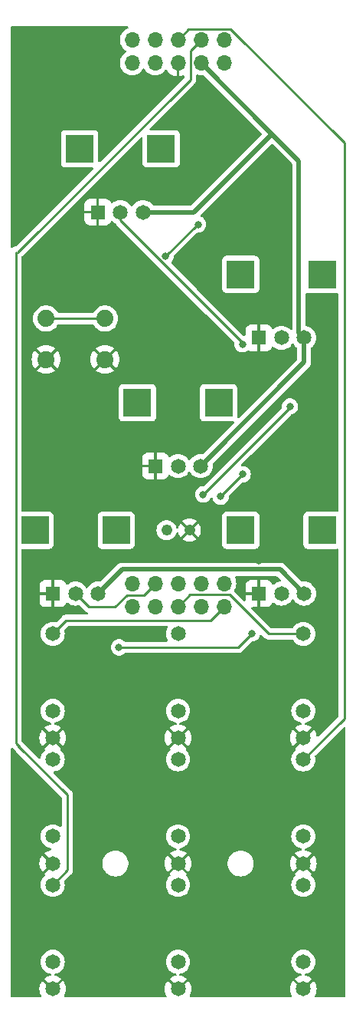
<source format=gtl>
G04 #@! TF.GenerationSoftware,KiCad,Pcbnew,7.0.8*
G04 #@! TF.CreationDate,2024-09-22T22:05:25-04:00*
G04 #@! TF.ProjectId,lichen-bifocals-control-board,6c696368-656e-42d6-9269-666f63616c73,1.0*
G04 #@! TF.SameCoordinates,Original*
G04 #@! TF.FileFunction,Copper,L1,Top*
G04 #@! TF.FilePolarity,Positive*
%FSLAX46Y46*%
G04 Gerber Fmt 4.6, Leading zero omitted, Abs format (unit mm)*
G04 Created by KiCad (PCBNEW 7.0.8) date 2024-09-22 22:05:25*
%MOMM*%
%LPD*%
G01*
G04 APERTURE LIST*
G04 #@! TA.AperFunction,ComponentPad*
%ADD10C,1.650000*%
G04 #@! TD*
G04 #@! TA.AperFunction,ComponentPad*
%ADD11R,1.650000X1.650000*%
G04 #@! TD*
G04 #@! TA.AperFunction,ComponentPad*
%ADD12R,3.116000X3.116000*%
G04 #@! TD*
G04 #@! TA.AperFunction,ComponentPad*
%ADD13C,1.219200*%
G04 #@! TD*
G04 #@! TA.AperFunction,ComponentPad*
%ADD14C,1.879600*%
G04 #@! TD*
G04 #@! TA.AperFunction,ComponentPad*
%ADD15O,1.700000X1.700000*%
G04 #@! TD*
G04 #@! TA.AperFunction,ViaPad*
%ADD16C,0.800000*%
G04 #@! TD*
G04 #@! TA.AperFunction,Conductor*
%ADD17C,0.250000*%
G04 #@! TD*
G04 #@! TA.AperFunction,Conductor*
%ADD18C,0.500000*%
G04 #@! TD*
G04 APERTURE END LIST*
D10*
X134004000Y-216929000D03*
X134004000Y-213929000D03*
X134004000Y-205429000D03*
X106297000Y-203077000D03*
X106297000Y-200077000D03*
X106297000Y-191577000D03*
D11*
X129087000Y-173284000D03*
D10*
X131587000Y-173284000D03*
X134087000Y-173284000D03*
D12*
X127087000Y-166284000D03*
X136087000Y-166284000D03*
D11*
X111272000Y-131176000D03*
D10*
X113772000Y-131176000D03*
X116272000Y-131176000D03*
D12*
X109272000Y-124176000D03*
X118272000Y-124176000D03*
D11*
X117650000Y-159203000D03*
D10*
X120150000Y-159203000D03*
X122650000Y-159203000D03*
D12*
X115650000Y-152203000D03*
X124650000Y-152203000D03*
D10*
X120150000Y-216929000D03*
X120150000Y-213929000D03*
X120150000Y-205429000D03*
D11*
X106316000Y-173284000D03*
D10*
X108816000Y-173284000D03*
X111316000Y-173284000D03*
D12*
X104316000Y-166284000D03*
X113316000Y-166284000D03*
D10*
X120150000Y-189223000D03*
X120150000Y-186223000D03*
X120150000Y-177723000D03*
X120150000Y-203077000D03*
X120150000Y-200077000D03*
X120150000Y-191577000D03*
X134004000Y-189223000D03*
X134004000Y-186223000D03*
X134004000Y-177723000D03*
X134004000Y-203077000D03*
X134004000Y-200077000D03*
X134004000Y-191577000D03*
D11*
X129087000Y-145057000D03*
D10*
X131587000Y-145057000D03*
X134087000Y-145057000D03*
D12*
X127087000Y-138057000D03*
X136087000Y-138057000D03*
D10*
X106297000Y-216929000D03*
X106297000Y-213929000D03*
X106297000Y-205429000D03*
D13*
X118880000Y-166284000D03*
X121420000Y-166284000D03*
D10*
X106297000Y-189223000D03*
X106297000Y-186223000D03*
X106297000Y-177723000D03*
D14*
X105564800Y-142909400D03*
X112067200Y-142909400D03*
X105564800Y-147430600D03*
X112067200Y-147430600D03*
D15*
X125230000Y-174720000D03*
X125230000Y-172180000D03*
X122690000Y-174720000D03*
X122690000Y-172180000D03*
X120150000Y-174720000D03*
X120150000Y-172180000D03*
X117610000Y-174720000D03*
X117610000Y-172180000D03*
X115070000Y-174720000D03*
X115070000Y-172180000D03*
X125230000Y-114690000D03*
X125230000Y-112150000D03*
X122690000Y-114690000D03*
X122690000Y-112150000D03*
X120150000Y-114690000D03*
X120150000Y-112150000D03*
X117610000Y-114690000D03*
X117610000Y-112150000D03*
X115070000Y-114690000D03*
X115070000Y-112150000D03*
D16*
X123690000Y-139780000D03*
X122160000Y-118330000D03*
X129080000Y-169650000D03*
X121550000Y-141920000D03*
X127270000Y-145750000D03*
X127300000Y-160120000D03*
X124860000Y-162580000D03*
X132530000Y-152630000D03*
X122930000Y-162340000D03*
X118770000Y-136050000D03*
X122360000Y-132530000D03*
X113610000Y-179210000D03*
X128330000Y-177670000D03*
D17*
X106272000Y-177723000D02*
X107775000Y-176220000D01*
X107775000Y-176220000D02*
X123730000Y-176220000D01*
X123730000Y-176220000D02*
X125230000Y-174720000D01*
X127240000Y-145545305D02*
X127240000Y-145580000D01*
X113772000Y-131176000D02*
X113772000Y-132077305D01*
X124860000Y-162580000D02*
X124810000Y-162580000D01*
X124860000Y-162530000D02*
X124860000Y-162580000D01*
X127300000Y-160120000D02*
X127270000Y-160120000D01*
X124810000Y-162580000D02*
X124860000Y-162530000D01*
X113772000Y-132077305D02*
X127240000Y-145545305D01*
X125080000Y-172030000D02*
X125230000Y-172180000D01*
X127270000Y-160120000D02*
X124860000Y-162530000D01*
X122930000Y-162340000D02*
X122910000Y-162340000D01*
X122930000Y-162320000D02*
X122930000Y-162340000D01*
X122930000Y-162340000D02*
X132535000Y-152735000D01*
X125860000Y-173420000D02*
X121450000Y-173420000D01*
X121450000Y-173420000D02*
X120150000Y-174720000D01*
X130163000Y-177723000D02*
X125860000Y-173420000D01*
X133980000Y-177723000D02*
X130163000Y-177723000D01*
X105564800Y-142909400D02*
X111274204Y-142909400D01*
X118770000Y-136050000D02*
X122290000Y-132530000D01*
X122290000Y-132530000D02*
X122360000Y-132530000D01*
X122360000Y-132530000D02*
X122360000Y-132460000D01*
X122360000Y-132460000D02*
X122320000Y-132500000D01*
X102220000Y-189820000D02*
X102220000Y-175860000D01*
X102433000Y-135627634D02*
X121515000Y-116545634D01*
X121515000Y-116545634D02*
X121515000Y-113325000D01*
X121515000Y-113325000D02*
X122690000Y-112150000D01*
X107910000Y-203815000D02*
X107910000Y-195510000D01*
X107910000Y-195510000D02*
X102430000Y-190030000D01*
X102655000Y-190255000D02*
X102220000Y-189820000D01*
X102223000Y-175857000D02*
X102223000Y-135593634D01*
X106296000Y-205429000D02*
X107910000Y-203815000D01*
X125980000Y-110970000D02*
X121330000Y-110970000D01*
X138525000Y-187056000D02*
X138525000Y-123515000D01*
X121330000Y-110970000D02*
X120150000Y-112150000D01*
X138525000Y-123515000D02*
X125980000Y-110970000D01*
X134004000Y-191577000D02*
X138525000Y-187056000D01*
D18*
X113980000Y-170620000D02*
X131423000Y-170620000D01*
X111316000Y-173284000D02*
X113980000Y-170620000D01*
X131423000Y-170620000D02*
X134087000Y-173284000D01*
D17*
X113190634Y-174740000D02*
X114490634Y-173440000D01*
X116350000Y-173440000D02*
X117610000Y-172180000D01*
X114490634Y-173440000D02*
X116350000Y-173440000D01*
X110272000Y-174740000D02*
X113190634Y-174740000D01*
X108816000Y-173284000D02*
X110272000Y-174740000D01*
X128330000Y-177670000D02*
X126780000Y-179220000D01*
X113650000Y-179220000D02*
X113610000Y-179210000D01*
X126780000Y-179220000D02*
X113650000Y-179220000D01*
X113610000Y-179210000D02*
X113630000Y-179220000D01*
X113630000Y-179220000D02*
X113640000Y-179220000D01*
D18*
X134087000Y-145057000D02*
X133520000Y-144490000D01*
X116272000Y-131176000D02*
X121924000Y-131176000D01*
X121924000Y-131176000D02*
X130550000Y-122550000D01*
X134087000Y-147766000D02*
X134087000Y-145057000D01*
X122650000Y-159203000D02*
X134087000Y-147766000D01*
X133520000Y-125520000D02*
X130550000Y-122550000D01*
X130550000Y-122550000D02*
X122690000Y-114690000D01*
X133520000Y-144490000D02*
X133520000Y-125520000D01*
G04 #@! TA.AperFunction,Conductor*
G36*
X131127809Y-171390185D02*
G01*
X131148451Y-171406819D01*
X131498342Y-171756710D01*
X131531827Y-171818033D01*
X131526843Y-171887725D01*
X131484971Y-171943658D01*
X131421468Y-171967919D01*
X131355955Y-171973650D01*
X131355948Y-171973651D01*
X131131917Y-172033681D01*
X130921718Y-172131699D01*
X130921714Y-172131701D01*
X130731735Y-172264726D01*
X130725558Y-172270903D01*
X130664233Y-172304385D01*
X130594542Y-172299397D01*
X130538610Y-172257522D01*
X130518804Y-172217810D01*
X130513282Y-172198802D01*
X130429685Y-172057447D01*
X130429678Y-172057438D01*
X130313561Y-171941321D01*
X130313552Y-171941314D01*
X130172196Y-171857717D01*
X130172193Y-171857716D01*
X130014495Y-171811900D01*
X130014489Y-171811899D01*
X129977644Y-171809000D01*
X129237000Y-171809000D01*
X129237000Y-172754847D01*
X129162596Y-172734000D01*
X129049378Y-172734000D01*
X128937217Y-172749416D01*
X128937000Y-172749510D01*
X128937000Y-171809000D01*
X128196356Y-171809000D01*
X128159510Y-171811899D01*
X128159504Y-171811900D01*
X128001806Y-171857716D01*
X128001803Y-171857717D01*
X127860447Y-171941314D01*
X127860438Y-171941321D01*
X127744321Y-172057438D01*
X127744314Y-172057447D01*
X127660717Y-172198803D01*
X127660716Y-172198806D01*
X127614900Y-172356504D01*
X127614899Y-172356510D01*
X127612000Y-172393356D01*
X127612000Y-173134000D01*
X128556608Y-173134000D01*
X128543441Y-173171047D01*
X128533123Y-173321886D01*
X128556421Y-173434000D01*
X127612000Y-173434000D01*
X127612000Y-173988047D01*
X127592315Y-174055086D01*
X127539511Y-174100841D01*
X127470353Y-174110785D01*
X127406797Y-174081760D01*
X127400319Y-174075728D01*
X126386339Y-173061748D01*
X126352854Y-173000425D01*
X126357838Y-172930733D01*
X126372442Y-172902947D01*
X126404035Y-172857830D01*
X126503903Y-172643663D01*
X126565063Y-172415408D01*
X126585659Y-172180000D01*
X126565063Y-171944592D01*
X126503903Y-171716337D01*
X126424895Y-171546905D01*
X126414403Y-171477827D01*
X126442923Y-171414043D01*
X126501399Y-171375804D01*
X126537277Y-171370500D01*
X131060770Y-171370500D01*
X131127809Y-171390185D01*
G37*
G04 #@! TD.AperFunction*
G04 #@! TA.AperFunction,Conductor*
G36*
X122296593Y-115982728D02*
G01*
X122322647Y-115989709D01*
X122454592Y-116025063D01*
X122642918Y-116041539D01*
X122689999Y-116045659D01*
X122690000Y-116045659D01*
X122690001Y-116045659D01*
X122725284Y-116042571D01*
X122903013Y-116027022D01*
X122971512Y-116040788D01*
X123001501Y-116062869D01*
X129400950Y-122462318D01*
X129434435Y-122523641D01*
X129429451Y-122593333D01*
X129400950Y-122637680D01*
X121649451Y-130389181D01*
X121588128Y-130422666D01*
X121561770Y-130425500D01*
X117429180Y-130425500D01*
X117362141Y-130405815D01*
X117327605Y-130372623D01*
X117291273Y-130320735D01*
X117291268Y-130320729D01*
X117127269Y-130156730D01*
X117116975Y-130149522D01*
X116937282Y-130023699D01*
X116727079Y-129925680D01*
X116727076Y-129925679D01*
X116727074Y-129925678D01*
X116503051Y-129865651D01*
X116503044Y-129865650D01*
X116272002Y-129845437D01*
X116271998Y-129845437D01*
X116040955Y-129865650D01*
X116040948Y-129865651D01*
X115816917Y-129925681D01*
X115606718Y-130023699D01*
X115606714Y-130023701D01*
X115416735Y-130156726D01*
X115416729Y-130156731D01*
X115252731Y-130320729D01*
X115252726Y-130320735D01*
X115123575Y-130505183D01*
X115068998Y-130548808D01*
X114999500Y-130556002D01*
X114937145Y-130524479D01*
X114920425Y-130505183D01*
X114791273Y-130320735D01*
X114791268Y-130320729D01*
X114627269Y-130156730D01*
X114616975Y-130149522D01*
X114437282Y-130023699D01*
X114227079Y-129925680D01*
X114227076Y-129925679D01*
X114227074Y-129925678D01*
X114003051Y-129865651D01*
X114003044Y-129865650D01*
X113772002Y-129845437D01*
X113771998Y-129845437D01*
X113540955Y-129865650D01*
X113540948Y-129865651D01*
X113316917Y-129925681D01*
X113106718Y-130023699D01*
X113106714Y-130023701D01*
X112916735Y-130156726D01*
X112910558Y-130162903D01*
X112849233Y-130196385D01*
X112779542Y-130191397D01*
X112723610Y-130149522D01*
X112703804Y-130109810D01*
X112698282Y-130090802D01*
X112614685Y-129949447D01*
X112614678Y-129949438D01*
X112498561Y-129833321D01*
X112498552Y-129833314D01*
X112357196Y-129749717D01*
X112357193Y-129749716D01*
X112199495Y-129703900D01*
X112199489Y-129703899D01*
X112162644Y-129701000D01*
X111422000Y-129701000D01*
X111422000Y-130646847D01*
X111347596Y-130626000D01*
X111234378Y-130626000D01*
X111122217Y-130641416D01*
X111122000Y-130641510D01*
X111122000Y-129701000D01*
X110381356Y-129701000D01*
X110344510Y-129703899D01*
X110344504Y-129703900D01*
X110186806Y-129749716D01*
X110186803Y-129749717D01*
X110045447Y-129833314D01*
X110045438Y-129833321D01*
X109929321Y-129949438D01*
X109929314Y-129949447D01*
X109845717Y-130090803D01*
X109845716Y-130090806D01*
X109799900Y-130248504D01*
X109799899Y-130248510D01*
X109797000Y-130285356D01*
X109797000Y-131026000D01*
X110741608Y-131026000D01*
X110728441Y-131063047D01*
X110718123Y-131213886D01*
X110741421Y-131326000D01*
X109797000Y-131326000D01*
X109797000Y-132066644D01*
X109799899Y-132103489D01*
X109799900Y-132103495D01*
X109845716Y-132261193D01*
X109845717Y-132261196D01*
X109929314Y-132402552D01*
X109929321Y-132402561D01*
X110045438Y-132518678D01*
X110045447Y-132518685D01*
X110186803Y-132602282D01*
X110186806Y-132602283D01*
X110344504Y-132648099D01*
X110344510Y-132648100D01*
X110381356Y-132651000D01*
X111122000Y-132651000D01*
X111122000Y-131705152D01*
X111196404Y-131726000D01*
X111309622Y-131726000D01*
X111421783Y-131710584D01*
X111422000Y-131710489D01*
X111422000Y-132651000D01*
X112162644Y-132651000D01*
X112199489Y-132648100D01*
X112199495Y-132648099D01*
X112357193Y-132602283D01*
X112357196Y-132602282D01*
X112498552Y-132518685D01*
X112498561Y-132518678D01*
X112614678Y-132402561D01*
X112614685Y-132402552D01*
X112698282Y-132261196D01*
X112698283Y-132261194D01*
X112703804Y-132242191D01*
X112741408Y-132183304D01*
X112804880Y-132154096D01*
X112874067Y-132163839D01*
X112910562Y-132189101D01*
X112916731Y-132195270D01*
X113010880Y-132261194D01*
X113106718Y-132328301D01*
X113190298Y-132367275D01*
X113238211Y-132406772D01*
X113246897Y-132418727D01*
X113250106Y-132423611D01*
X113273828Y-132463722D01*
X113273833Y-132463729D01*
X113287990Y-132477885D01*
X113300628Y-132492681D01*
X113312405Y-132508891D01*
X113312406Y-132508892D01*
X113348309Y-132538593D01*
X113352620Y-132542515D01*
X123250236Y-142440132D01*
X126341317Y-145531213D01*
X126374802Y-145592536D01*
X126376957Y-145631855D01*
X126366872Y-145727816D01*
X126364540Y-145750000D01*
X126384326Y-145938256D01*
X126384327Y-145938259D01*
X126442818Y-146118277D01*
X126442821Y-146118284D01*
X126537467Y-146282216D01*
X126632322Y-146387563D01*
X126664129Y-146422888D01*
X126817265Y-146534148D01*
X126817270Y-146534151D01*
X126990192Y-146611142D01*
X126990197Y-146611144D01*
X127175354Y-146650500D01*
X127175355Y-146650500D01*
X127364644Y-146650500D01*
X127364646Y-146650500D01*
X127549803Y-146611144D01*
X127722730Y-146534151D01*
X127746310Y-146517018D01*
X127820659Y-146463002D01*
X127886465Y-146439522D01*
X127954519Y-146455347D01*
X127956665Y-146456588D01*
X128001803Y-146483282D01*
X128001806Y-146483283D01*
X128159504Y-146529099D01*
X128159510Y-146529100D01*
X128196356Y-146532000D01*
X128937000Y-146532000D01*
X128937000Y-145586152D01*
X129011404Y-145607000D01*
X129124622Y-145607000D01*
X129236783Y-145591584D01*
X129237000Y-145591489D01*
X129237000Y-146532000D01*
X129977644Y-146532000D01*
X130014489Y-146529100D01*
X130014495Y-146529099D01*
X130172193Y-146483283D01*
X130172196Y-146483282D01*
X130313552Y-146399685D01*
X130313561Y-146399678D01*
X130429678Y-146283561D01*
X130429685Y-146283552D01*
X130513282Y-146142196D01*
X130513283Y-146142194D01*
X130518804Y-146123191D01*
X130556408Y-146064304D01*
X130619880Y-146035096D01*
X130689067Y-146044839D01*
X130725562Y-146070101D01*
X130731731Y-146076270D01*
X130921718Y-146209301D01*
X131131921Y-146307320D01*
X131355950Y-146367349D01*
X131520985Y-146381787D01*
X131586998Y-146387563D01*
X131587000Y-146387563D01*
X131587002Y-146387563D01*
X131644762Y-146382509D01*
X131818050Y-146367349D01*
X132042079Y-146307320D01*
X132252282Y-146209301D01*
X132442269Y-146076270D01*
X132606270Y-145912269D01*
X132735427Y-145727814D01*
X132790002Y-145684192D01*
X132859501Y-145676999D01*
X132921855Y-145708521D01*
X132938569Y-145727809D01*
X133067730Y-145912269D01*
X133231729Y-146076268D01*
X133231735Y-146076273D01*
X133283623Y-146112605D01*
X133327248Y-146167181D01*
X133336500Y-146214180D01*
X133336500Y-147403769D01*
X133316815Y-147470808D01*
X133300181Y-147491450D01*
X126920180Y-153871450D01*
X126858857Y-153904935D01*
X126789165Y-153899951D01*
X126733232Y-153858079D01*
X126708815Y-153792615D01*
X126708499Y-153783796D01*
X126708499Y-150597128D01*
X126702091Y-150537517D01*
X126651796Y-150402669D01*
X126651795Y-150402668D01*
X126651793Y-150402664D01*
X126565547Y-150287455D01*
X126565544Y-150287452D01*
X126450335Y-150201206D01*
X126450328Y-150201202D01*
X126315482Y-150150908D01*
X126315483Y-150150908D01*
X126255883Y-150144501D01*
X126255881Y-150144500D01*
X126255873Y-150144500D01*
X126255864Y-150144500D01*
X123044129Y-150144500D01*
X123044123Y-150144501D01*
X122984516Y-150150908D01*
X122849671Y-150201202D01*
X122849664Y-150201206D01*
X122734455Y-150287452D01*
X122734452Y-150287455D01*
X122648206Y-150402664D01*
X122648202Y-150402671D01*
X122597908Y-150537517D01*
X122591501Y-150597116D01*
X122591501Y-150597123D01*
X122591500Y-150597135D01*
X122591500Y-153808870D01*
X122591501Y-153808876D01*
X122597908Y-153868483D01*
X122648202Y-154003328D01*
X122648206Y-154003335D01*
X122734452Y-154118544D01*
X122734455Y-154118547D01*
X122849664Y-154204793D01*
X122849671Y-154204797D01*
X122984517Y-154255091D01*
X122984516Y-154255091D01*
X122991444Y-154255835D01*
X123044127Y-154261500D01*
X126230770Y-154261499D01*
X126297809Y-154281184D01*
X126343564Y-154333988D01*
X126353508Y-154403146D01*
X126324483Y-154466702D01*
X126318451Y-154473180D01*
X122938423Y-157853207D01*
X122877100Y-157886692D01*
X122839935Y-157889053D01*
X122797135Y-157885309D01*
X122650002Y-157872437D01*
X122649998Y-157872437D01*
X122418955Y-157892650D01*
X122418948Y-157892651D01*
X122194917Y-157952681D01*
X121984718Y-158050699D01*
X121984714Y-158050701D01*
X121794735Y-158183726D01*
X121794729Y-158183731D01*
X121630731Y-158347729D01*
X121630726Y-158347735D01*
X121501575Y-158532183D01*
X121446998Y-158575808D01*
X121377500Y-158583002D01*
X121315145Y-158551479D01*
X121298425Y-158532183D01*
X121169273Y-158347735D01*
X121169268Y-158347729D01*
X121005269Y-158183730D01*
X120994975Y-158176522D01*
X120815282Y-158050699D01*
X120605079Y-157952680D01*
X120605076Y-157952679D01*
X120605074Y-157952678D01*
X120381051Y-157892651D01*
X120381044Y-157892650D01*
X120150002Y-157872437D01*
X120149998Y-157872437D01*
X119918955Y-157892650D01*
X119918948Y-157892651D01*
X119694917Y-157952681D01*
X119484718Y-158050699D01*
X119484714Y-158050701D01*
X119294735Y-158183726D01*
X119288558Y-158189903D01*
X119227233Y-158223385D01*
X119157542Y-158218397D01*
X119101610Y-158176522D01*
X119081804Y-158136810D01*
X119076282Y-158117802D01*
X118992685Y-157976447D01*
X118992678Y-157976438D01*
X118876561Y-157860321D01*
X118876552Y-157860314D01*
X118735196Y-157776717D01*
X118735193Y-157776716D01*
X118577495Y-157730900D01*
X118577489Y-157730899D01*
X118540644Y-157728000D01*
X117800000Y-157728000D01*
X117800000Y-158673847D01*
X117725596Y-158653000D01*
X117612378Y-158653000D01*
X117500217Y-158668416D01*
X117500000Y-158668510D01*
X117500000Y-157728000D01*
X116759356Y-157728000D01*
X116722510Y-157730899D01*
X116722504Y-157730900D01*
X116564806Y-157776716D01*
X116564803Y-157776717D01*
X116423447Y-157860314D01*
X116423438Y-157860321D01*
X116307321Y-157976438D01*
X116307314Y-157976447D01*
X116223717Y-158117803D01*
X116223716Y-158117806D01*
X116177900Y-158275504D01*
X116177899Y-158275510D01*
X116175000Y-158312356D01*
X116175000Y-159053000D01*
X117119608Y-159053000D01*
X117106441Y-159090047D01*
X117096123Y-159240886D01*
X117119421Y-159353000D01*
X116175000Y-159353000D01*
X116175000Y-160093644D01*
X116177899Y-160130489D01*
X116177900Y-160130495D01*
X116223716Y-160288193D01*
X116223717Y-160288196D01*
X116307314Y-160429552D01*
X116307321Y-160429561D01*
X116423438Y-160545678D01*
X116423447Y-160545685D01*
X116564803Y-160629282D01*
X116564806Y-160629283D01*
X116722504Y-160675099D01*
X116722510Y-160675100D01*
X116759356Y-160678000D01*
X117500000Y-160678000D01*
X117500000Y-159732152D01*
X117574404Y-159753000D01*
X117687622Y-159753000D01*
X117799783Y-159737584D01*
X117800000Y-159737489D01*
X117800000Y-160678000D01*
X118540644Y-160678000D01*
X118577489Y-160675100D01*
X118577495Y-160675099D01*
X118735193Y-160629283D01*
X118735196Y-160629282D01*
X118876552Y-160545685D01*
X118876561Y-160545678D01*
X118992678Y-160429561D01*
X118992685Y-160429552D01*
X119076282Y-160288196D01*
X119076283Y-160288194D01*
X119081804Y-160269191D01*
X119119408Y-160210304D01*
X119182880Y-160181096D01*
X119252067Y-160190839D01*
X119288562Y-160216101D01*
X119294731Y-160222270D01*
X119484718Y-160355301D01*
X119694921Y-160453320D01*
X119918950Y-160513349D01*
X120083985Y-160527787D01*
X120149998Y-160533563D01*
X120150000Y-160533563D01*
X120150002Y-160533563D01*
X120207762Y-160528509D01*
X120381050Y-160513349D01*
X120605079Y-160453320D01*
X120815282Y-160355301D01*
X121005269Y-160222270D01*
X121169270Y-160058269D01*
X121298427Y-159873814D01*
X121353002Y-159830192D01*
X121422501Y-159822999D01*
X121484855Y-159854521D01*
X121501569Y-159873809D01*
X121630730Y-160058269D01*
X121794731Y-160222270D01*
X121984718Y-160355301D01*
X122194921Y-160453320D01*
X122418950Y-160513349D01*
X122583985Y-160527787D01*
X122649998Y-160533563D01*
X122650000Y-160533563D01*
X122650002Y-160533563D01*
X122707762Y-160528509D01*
X122881050Y-160513349D01*
X123105079Y-160453320D01*
X123315282Y-160355301D01*
X123505269Y-160222270D01*
X123669270Y-160058269D01*
X123802301Y-159868282D01*
X123900320Y-159658079D01*
X123960349Y-159434050D01*
X123980563Y-159203000D01*
X123963945Y-159013059D01*
X123977711Y-158944563D01*
X123999789Y-158914577D01*
X134572638Y-148341727D01*
X134586267Y-148329950D01*
X134605530Y-148315610D01*
X134605532Y-148315606D01*
X134605534Y-148315606D01*
X134623663Y-148293999D01*
X134639113Y-148275585D01*
X134642767Y-148271599D01*
X134648591Y-148265776D01*
X134668930Y-148240052D01*
X134718302Y-148181214D01*
X134718306Y-148181205D01*
X134722274Y-148175175D01*
X134722325Y-148175208D01*
X134726369Y-148168860D01*
X134726317Y-148168828D01*
X134730104Y-148162685D01*
X134730111Y-148162677D01*
X134762572Y-148093063D01*
X134797040Y-148024433D01*
X134797041Y-148024427D01*
X134799508Y-148017650D01*
X134799566Y-148017671D01*
X134802043Y-148010544D01*
X134801986Y-148010526D01*
X134804255Y-148003679D01*
X134804256Y-148003674D01*
X134804257Y-148003672D01*
X134819790Y-147928441D01*
X134837500Y-147853721D01*
X134837500Y-147853719D01*
X134838339Y-147846548D01*
X134838398Y-147846554D01*
X134839164Y-147839054D01*
X134839105Y-147839049D01*
X134839734Y-147831859D01*
X134837500Y-147755082D01*
X134837500Y-146214180D01*
X134857185Y-146147141D01*
X134890377Y-146112605D01*
X134942269Y-146076270D01*
X135106270Y-145912269D01*
X135239301Y-145722282D01*
X135337320Y-145512079D01*
X135397349Y-145288050D01*
X135417563Y-145057000D01*
X135414248Y-145019114D01*
X135402852Y-144888856D01*
X135397349Y-144825950D01*
X135337320Y-144601921D01*
X135239301Y-144391719D01*
X135239299Y-144391716D01*
X135239298Y-144391714D01*
X135106273Y-144201735D01*
X135106268Y-144201729D01*
X134942269Y-144037730D01*
X134931975Y-144030522D01*
X134752282Y-143904699D01*
X134542079Y-143806680D01*
X134542075Y-143806679D01*
X134542073Y-143806678D01*
X134362406Y-143758536D01*
X134302746Y-143722171D01*
X134272217Y-143659324D01*
X134270500Y-143638761D01*
X134270500Y-140230121D01*
X134290185Y-140163082D01*
X134342989Y-140117327D01*
X134412147Y-140107383D01*
X134420675Y-140109000D01*
X134421515Y-140109090D01*
X134421517Y-140109091D01*
X134481127Y-140115500D01*
X137692872Y-140115499D01*
X137752483Y-140109091D01*
X137752482Y-140109091D01*
X137760196Y-140108262D01*
X137760503Y-140111118D01*
X137816735Y-140114124D01*
X137873413Y-140154981D01*
X137899005Y-140219996D01*
X137899500Y-140231067D01*
X137899500Y-164109933D01*
X137879815Y-164176972D01*
X137827011Y-164222727D01*
X137760240Y-164232327D01*
X137760196Y-164232738D01*
X137758588Y-164232565D01*
X137757853Y-164232671D01*
X137755600Y-164232243D01*
X137692883Y-164225501D01*
X137692881Y-164225500D01*
X137692873Y-164225500D01*
X137692864Y-164225500D01*
X134481129Y-164225500D01*
X134481123Y-164225501D01*
X134421516Y-164231908D01*
X134286671Y-164282202D01*
X134286664Y-164282206D01*
X134171455Y-164368452D01*
X134171452Y-164368455D01*
X134085206Y-164483664D01*
X134085202Y-164483671D01*
X134034908Y-164618517D01*
X134028501Y-164678116D01*
X134028501Y-164678123D01*
X134028500Y-164678135D01*
X134028500Y-167889870D01*
X134028501Y-167889876D01*
X134034908Y-167949483D01*
X134085202Y-168084328D01*
X134085206Y-168084335D01*
X134171452Y-168199544D01*
X134171455Y-168199547D01*
X134286664Y-168285793D01*
X134286671Y-168285797D01*
X134421517Y-168336091D01*
X134421516Y-168336091D01*
X134428444Y-168336835D01*
X134481127Y-168342500D01*
X137692872Y-168342499D01*
X137752483Y-168336091D01*
X137752482Y-168336091D01*
X137760196Y-168335262D01*
X137760503Y-168338118D01*
X137816735Y-168341124D01*
X137873413Y-168381981D01*
X137899005Y-168446996D01*
X137899500Y-168458067D01*
X137899500Y-186745546D01*
X137879815Y-186812585D01*
X137863181Y-186833227D01*
X135669335Y-189027072D01*
X135608012Y-189060557D01*
X135538320Y-189055573D01*
X135482387Y-189013701D01*
X135461448Y-188969831D01*
X135403861Y-188742426D01*
X135305671Y-188518575D01*
X135171970Y-188313930D01*
X135149553Y-188289578D01*
X135149552Y-188289578D01*
X134484428Y-188954702D01*
X134457558Y-188902844D01*
X134354362Y-188792348D01*
X134272376Y-188742491D01*
X134935765Y-188079101D01*
X134935765Y-188079099D01*
X134813521Y-187983953D01*
X134813515Y-187983949D01*
X134598531Y-187867605D01*
X134598523Y-187867602D01*
X134367335Y-187788234D01*
X134263574Y-187770920D01*
X134200689Y-187740470D01*
X134164250Y-187680855D01*
X134165825Y-187611003D01*
X134204915Y-187553091D01*
X134251889Y-187528836D01*
X134459079Y-187473320D01*
X134669282Y-187375301D01*
X134859269Y-187242270D01*
X135023270Y-187078269D01*
X135156301Y-186888282D01*
X135254320Y-186678079D01*
X135314349Y-186454050D01*
X135334563Y-186223000D01*
X135314349Y-185991950D01*
X135254320Y-185767921D01*
X135156301Y-185557719D01*
X135156299Y-185557716D01*
X135156298Y-185557714D01*
X135023273Y-185367735D01*
X135023268Y-185367729D01*
X134859269Y-185203730D01*
X134859263Y-185203726D01*
X134669282Y-185070699D01*
X134459079Y-184972680D01*
X134459076Y-184972679D01*
X134459074Y-184972678D01*
X134235051Y-184912651D01*
X134235044Y-184912650D01*
X134004002Y-184892437D01*
X134003998Y-184892437D01*
X133772955Y-184912650D01*
X133772948Y-184912651D01*
X133548917Y-184972681D01*
X133338718Y-185070699D01*
X133338714Y-185070701D01*
X133148735Y-185203726D01*
X133148729Y-185203731D01*
X132984731Y-185367729D01*
X132984726Y-185367735D01*
X132851701Y-185557714D01*
X132851699Y-185557718D01*
X132753681Y-185767917D01*
X132693651Y-185991948D01*
X132693650Y-185991955D01*
X132673437Y-186222998D01*
X132673437Y-186223001D01*
X132693650Y-186454044D01*
X132693651Y-186454051D01*
X132753678Y-186678074D01*
X132753679Y-186678076D01*
X132753680Y-186678079D01*
X132851699Y-186888282D01*
X132984730Y-187078269D01*
X133148731Y-187242270D01*
X133338718Y-187375301D01*
X133548921Y-187473320D01*
X133756110Y-187528836D01*
X133815769Y-187565201D01*
X133846298Y-187628048D01*
X133838003Y-187697424D01*
X133793518Y-187751302D01*
X133744425Y-187770920D01*
X133640664Y-187788234D01*
X133409476Y-187867602D01*
X133409468Y-187867605D01*
X133194485Y-187983949D01*
X133072233Y-188079100D01*
X133072233Y-188079101D01*
X133733836Y-188740704D01*
X133715542Y-188748651D01*
X133598261Y-188844066D01*
X133521574Y-188952706D01*
X132858445Y-188289577D01*
X132836032Y-188313927D01*
X132836024Y-188313937D01*
X132702330Y-188518570D01*
X132604138Y-188742426D01*
X132544130Y-188979394D01*
X132523945Y-189222994D01*
X132523945Y-189223005D01*
X132544130Y-189466605D01*
X132604138Y-189703573D01*
X132702328Y-189927424D01*
X132836031Y-190132072D01*
X132858446Y-190156421D01*
X133523570Y-189491296D01*
X133550442Y-189543156D01*
X133653638Y-189653652D01*
X133735623Y-189703508D01*
X133072233Y-190366897D01*
X133111751Y-190397655D01*
X133152564Y-190454365D01*
X133156239Y-190524138D01*
X133123271Y-190583190D01*
X132984726Y-190721735D01*
X132851701Y-190911714D01*
X132851699Y-190911718D01*
X132753681Y-191121917D01*
X132693651Y-191345948D01*
X132693650Y-191345955D01*
X132673437Y-191576998D01*
X132673437Y-191577001D01*
X132693650Y-191808044D01*
X132693651Y-191808051D01*
X132753678Y-192032074D01*
X132753679Y-192032076D01*
X132753680Y-192032079D01*
X132851699Y-192242282D01*
X132984730Y-192432269D01*
X133148731Y-192596270D01*
X133338718Y-192729301D01*
X133548921Y-192827320D01*
X133772950Y-192887349D01*
X133937985Y-192901787D01*
X134003998Y-192907563D01*
X134004000Y-192907563D01*
X134004002Y-192907563D01*
X134061762Y-192902509D01*
X134235050Y-192887349D01*
X134459079Y-192827320D01*
X134669282Y-192729301D01*
X134859269Y-192596270D01*
X135023270Y-192432269D01*
X135156301Y-192242282D01*
X135254320Y-192032079D01*
X135314349Y-191808050D01*
X135334563Y-191577000D01*
X135314349Y-191345950D01*
X135291731Y-191261540D01*
X135293393Y-191191690D01*
X135323822Y-191141766D01*
X138437821Y-188027768D01*
X138499142Y-187994285D01*
X138568834Y-187999269D01*
X138624767Y-188041141D01*
X138649184Y-188106605D01*
X138649500Y-188115451D01*
X138649500Y-217725500D01*
X138629815Y-217792539D01*
X138577011Y-217838294D01*
X138525500Y-217849500D01*
X135393635Y-217849500D01*
X135326596Y-217829815D01*
X135280841Y-217777011D01*
X135270897Y-217707853D01*
X135289827Y-217657678D01*
X135305669Y-217633429D01*
X135403861Y-217409573D01*
X135463869Y-217172605D01*
X135484055Y-216929005D01*
X135484055Y-216928994D01*
X135463869Y-216685394D01*
X135403861Y-216448426D01*
X135305671Y-216224575D01*
X135171970Y-216019930D01*
X135149553Y-215995578D01*
X135149552Y-215995578D01*
X134484428Y-216660701D01*
X134457558Y-216608844D01*
X134354362Y-216498348D01*
X134272376Y-216448491D01*
X134935765Y-215785101D01*
X134935765Y-215785099D01*
X134813521Y-215689953D01*
X134813515Y-215689949D01*
X134598531Y-215573605D01*
X134598523Y-215573602D01*
X134367335Y-215494234D01*
X134263574Y-215476920D01*
X134200689Y-215446470D01*
X134164250Y-215386855D01*
X134165825Y-215317003D01*
X134204915Y-215259091D01*
X134251889Y-215234836D01*
X134459079Y-215179320D01*
X134669282Y-215081301D01*
X134859269Y-214948270D01*
X135023270Y-214784269D01*
X135156301Y-214594282D01*
X135254320Y-214384079D01*
X135314349Y-214160050D01*
X135334563Y-213929000D01*
X135314349Y-213697950D01*
X135254320Y-213473921D01*
X135156301Y-213263719D01*
X135156299Y-213263716D01*
X135156298Y-213263714D01*
X135023273Y-213073735D01*
X135023268Y-213073729D01*
X134859269Y-212909730D01*
X134859263Y-212909726D01*
X134669282Y-212776699D01*
X134459079Y-212678680D01*
X134459076Y-212678679D01*
X134459074Y-212678678D01*
X134235051Y-212618651D01*
X134235044Y-212618650D01*
X134004002Y-212598437D01*
X134003998Y-212598437D01*
X133772955Y-212618650D01*
X133772948Y-212618651D01*
X133548917Y-212678681D01*
X133338718Y-212776699D01*
X133338714Y-212776701D01*
X133148735Y-212909726D01*
X133148729Y-212909731D01*
X132984731Y-213073729D01*
X132984726Y-213073735D01*
X132851701Y-213263714D01*
X132851699Y-213263718D01*
X132753681Y-213473917D01*
X132693651Y-213697948D01*
X132693650Y-213697955D01*
X132673437Y-213928998D01*
X132673437Y-213929001D01*
X132693650Y-214160044D01*
X132693651Y-214160051D01*
X132753678Y-214384074D01*
X132753679Y-214384076D01*
X132753680Y-214384079D01*
X132851699Y-214594282D01*
X132984730Y-214784269D01*
X133148731Y-214948270D01*
X133338718Y-215081301D01*
X133548921Y-215179320D01*
X133756110Y-215234836D01*
X133815769Y-215271201D01*
X133846298Y-215334048D01*
X133838003Y-215403424D01*
X133793518Y-215457302D01*
X133744425Y-215476920D01*
X133640664Y-215494234D01*
X133409476Y-215573602D01*
X133409468Y-215573605D01*
X133194485Y-215689949D01*
X133072233Y-215785100D01*
X133072233Y-215785101D01*
X133733836Y-216446704D01*
X133715542Y-216454651D01*
X133598261Y-216550066D01*
X133521574Y-216658706D01*
X132858445Y-215995577D01*
X132836032Y-216019927D01*
X132836024Y-216019937D01*
X132702330Y-216224570D01*
X132604138Y-216448426D01*
X132544130Y-216685394D01*
X132523945Y-216928994D01*
X132523945Y-216929005D01*
X132544130Y-217172605D01*
X132604138Y-217409573D01*
X132702330Y-217633429D01*
X132718173Y-217657678D01*
X132738361Y-217724567D01*
X132719182Y-217791753D01*
X132666723Y-217837904D01*
X132614365Y-217849500D01*
X121539635Y-217849500D01*
X121472596Y-217829815D01*
X121426841Y-217777011D01*
X121416897Y-217707853D01*
X121435827Y-217657678D01*
X121451669Y-217633429D01*
X121549861Y-217409573D01*
X121609869Y-217172605D01*
X121630055Y-216929005D01*
X121630055Y-216928994D01*
X121609869Y-216685394D01*
X121549861Y-216448426D01*
X121451671Y-216224575D01*
X121317970Y-216019930D01*
X121295553Y-215995578D01*
X121295552Y-215995578D01*
X120630428Y-216660701D01*
X120603558Y-216608844D01*
X120500362Y-216498348D01*
X120418376Y-216448491D01*
X121081765Y-215785101D01*
X121081765Y-215785099D01*
X120959521Y-215689953D01*
X120959515Y-215689949D01*
X120744531Y-215573605D01*
X120744523Y-215573602D01*
X120513335Y-215494234D01*
X120409574Y-215476920D01*
X120346689Y-215446470D01*
X120310250Y-215386855D01*
X120311825Y-215317003D01*
X120350915Y-215259091D01*
X120397889Y-215234836D01*
X120605079Y-215179320D01*
X120815282Y-215081301D01*
X121005269Y-214948270D01*
X121169270Y-214784269D01*
X121302301Y-214594282D01*
X121400320Y-214384079D01*
X121460349Y-214160050D01*
X121480563Y-213929000D01*
X121460349Y-213697950D01*
X121400320Y-213473921D01*
X121302301Y-213263719D01*
X121302299Y-213263716D01*
X121302298Y-213263714D01*
X121169273Y-213073735D01*
X121169268Y-213073729D01*
X121005269Y-212909730D01*
X121005263Y-212909726D01*
X120815282Y-212776699D01*
X120605079Y-212678680D01*
X120605076Y-212678679D01*
X120605074Y-212678678D01*
X120381051Y-212618651D01*
X120381044Y-212618650D01*
X120150002Y-212598437D01*
X120149998Y-212598437D01*
X119918955Y-212618650D01*
X119918948Y-212618651D01*
X119694917Y-212678681D01*
X119484718Y-212776699D01*
X119484714Y-212776701D01*
X119294735Y-212909726D01*
X119294729Y-212909731D01*
X119130731Y-213073729D01*
X119130726Y-213073735D01*
X118997701Y-213263714D01*
X118997699Y-213263718D01*
X118899681Y-213473917D01*
X118839651Y-213697948D01*
X118839650Y-213697955D01*
X118819437Y-213928998D01*
X118819437Y-213929001D01*
X118839650Y-214160044D01*
X118839651Y-214160051D01*
X118899678Y-214384074D01*
X118899679Y-214384076D01*
X118899680Y-214384079D01*
X118997699Y-214594282D01*
X119130730Y-214784269D01*
X119294731Y-214948270D01*
X119484718Y-215081301D01*
X119694921Y-215179320D01*
X119902110Y-215234836D01*
X119961769Y-215271201D01*
X119992298Y-215334048D01*
X119984003Y-215403424D01*
X119939518Y-215457302D01*
X119890425Y-215476920D01*
X119786664Y-215494234D01*
X119555476Y-215573602D01*
X119555468Y-215573605D01*
X119340485Y-215689949D01*
X119218233Y-215785100D01*
X119218233Y-215785101D01*
X119879836Y-216446704D01*
X119861542Y-216454651D01*
X119744261Y-216550066D01*
X119667574Y-216658706D01*
X119004445Y-215995577D01*
X118982032Y-216019927D01*
X118982024Y-216019937D01*
X118848330Y-216224570D01*
X118750138Y-216448426D01*
X118690130Y-216685394D01*
X118669945Y-216928994D01*
X118669945Y-216929005D01*
X118690130Y-217172605D01*
X118750138Y-217409573D01*
X118848330Y-217633429D01*
X118864173Y-217657678D01*
X118884361Y-217724567D01*
X118865182Y-217791753D01*
X118812723Y-217837904D01*
X118760365Y-217849500D01*
X107686635Y-217849500D01*
X107619596Y-217829815D01*
X107573841Y-217777011D01*
X107563897Y-217707853D01*
X107582827Y-217657678D01*
X107598669Y-217633429D01*
X107696861Y-217409573D01*
X107756869Y-217172605D01*
X107777055Y-216929005D01*
X107777055Y-216928994D01*
X107756869Y-216685394D01*
X107696861Y-216448426D01*
X107598671Y-216224575D01*
X107464970Y-216019930D01*
X107442553Y-215995578D01*
X107442552Y-215995578D01*
X106777428Y-216660701D01*
X106750558Y-216608844D01*
X106647362Y-216498348D01*
X106565376Y-216448491D01*
X107228765Y-215785101D01*
X107228765Y-215785099D01*
X107106521Y-215689953D01*
X107106515Y-215689949D01*
X106891531Y-215573605D01*
X106891523Y-215573602D01*
X106660335Y-215494234D01*
X106556574Y-215476920D01*
X106493689Y-215446470D01*
X106457250Y-215386855D01*
X106458825Y-215317003D01*
X106497915Y-215259091D01*
X106544889Y-215234836D01*
X106752079Y-215179320D01*
X106962282Y-215081301D01*
X107152269Y-214948270D01*
X107316270Y-214784269D01*
X107449301Y-214594282D01*
X107547320Y-214384079D01*
X107607349Y-214160050D01*
X107627563Y-213929000D01*
X107607349Y-213697950D01*
X107547320Y-213473921D01*
X107449301Y-213263719D01*
X107449299Y-213263716D01*
X107449298Y-213263714D01*
X107316273Y-213073735D01*
X107316268Y-213073729D01*
X107152269Y-212909730D01*
X107152263Y-212909726D01*
X106962282Y-212776699D01*
X106752079Y-212678680D01*
X106752076Y-212678679D01*
X106752074Y-212678678D01*
X106528051Y-212618651D01*
X106528044Y-212618650D01*
X106297002Y-212598437D01*
X106296998Y-212598437D01*
X106065955Y-212618650D01*
X106065948Y-212618651D01*
X105841917Y-212678681D01*
X105631718Y-212776699D01*
X105631714Y-212776701D01*
X105441735Y-212909726D01*
X105441729Y-212909731D01*
X105277731Y-213073729D01*
X105277726Y-213073735D01*
X105144701Y-213263714D01*
X105144699Y-213263718D01*
X105046681Y-213473917D01*
X104986651Y-213697948D01*
X104986650Y-213697955D01*
X104966437Y-213928998D01*
X104966437Y-213929001D01*
X104986650Y-214160044D01*
X104986651Y-214160051D01*
X105046678Y-214384074D01*
X105046679Y-214384076D01*
X105046680Y-214384079D01*
X105144699Y-214594282D01*
X105277730Y-214784269D01*
X105441731Y-214948270D01*
X105631718Y-215081301D01*
X105841921Y-215179320D01*
X106049110Y-215234836D01*
X106108769Y-215271201D01*
X106139298Y-215334048D01*
X106131003Y-215403424D01*
X106086518Y-215457302D01*
X106037425Y-215476920D01*
X105933664Y-215494234D01*
X105702476Y-215573602D01*
X105702468Y-215573605D01*
X105487485Y-215689949D01*
X105365233Y-215785100D01*
X105365233Y-215785101D01*
X106026836Y-216446704D01*
X106008542Y-216454651D01*
X105891261Y-216550066D01*
X105814574Y-216658706D01*
X105151445Y-215995577D01*
X105129032Y-216019927D01*
X105129024Y-216019937D01*
X104995330Y-216224570D01*
X104897138Y-216448426D01*
X104837130Y-216685394D01*
X104816945Y-216928994D01*
X104816945Y-216929005D01*
X104837130Y-217172605D01*
X104897138Y-217409573D01*
X104995330Y-217633429D01*
X105011173Y-217657678D01*
X105031361Y-217724567D01*
X105012182Y-217791753D01*
X104959723Y-217837904D01*
X104907365Y-217849500D01*
X101774500Y-217849500D01*
X101707461Y-217829815D01*
X101661706Y-217777011D01*
X101650500Y-217725500D01*
X101650500Y-190434452D01*
X101670185Y-190367413D01*
X101722989Y-190321658D01*
X101792147Y-190311714D01*
X101855703Y-190340739D01*
X101862181Y-190346771D01*
X102242062Y-190726654D01*
X102242092Y-190726682D01*
X107248181Y-195732771D01*
X107281666Y-195794094D01*
X107284500Y-195820452D01*
X107284500Y-198912117D01*
X107264815Y-198979156D01*
X107212011Y-199024911D01*
X107142853Y-199034855D01*
X107089377Y-199013692D01*
X106962282Y-198924699D01*
X106752079Y-198826680D01*
X106752076Y-198826679D01*
X106752074Y-198826678D01*
X106528051Y-198766651D01*
X106528044Y-198766650D01*
X106297002Y-198746437D01*
X106296998Y-198746437D01*
X106065955Y-198766650D01*
X106065948Y-198766651D01*
X105841917Y-198826681D01*
X105631718Y-198924699D01*
X105631714Y-198924701D01*
X105441735Y-199057726D01*
X105441729Y-199057731D01*
X105277731Y-199221729D01*
X105277726Y-199221735D01*
X105144701Y-199411714D01*
X105144699Y-199411718D01*
X105046681Y-199621917D01*
X104986651Y-199845948D01*
X104986650Y-199845955D01*
X104966437Y-200076998D01*
X104966437Y-200077001D01*
X104986650Y-200308044D01*
X104986651Y-200308051D01*
X105046678Y-200532074D01*
X105046679Y-200532076D01*
X105046680Y-200532079D01*
X105144699Y-200742282D01*
X105277730Y-200932269D01*
X105441731Y-201096270D01*
X105631718Y-201229301D01*
X105841921Y-201327320D01*
X106049110Y-201382836D01*
X106108769Y-201419201D01*
X106139298Y-201482048D01*
X106131003Y-201551424D01*
X106086518Y-201605302D01*
X106037425Y-201624920D01*
X105933664Y-201642234D01*
X105702476Y-201721602D01*
X105702468Y-201721605D01*
X105487485Y-201837949D01*
X105365233Y-201933100D01*
X105365233Y-201933101D01*
X106026836Y-202594704D01*
X106008542Y-202602651D01*
X105891261Y-202698066D01*
X105814574Y-202806706D01*
X105151445Y-202143577D01*
X105129032Y-202167927D01*
X105129024Y-202167937D01*
X104995330Y-202372570D01*
X104897138Y-202596426D01*
X104837130Y-202833394D01*
X104816945Y-203076994D01*
X104816945Y-203077005D01*
X104837130Y-203320605D01*
X104897138Y-203557573D01*
X104995328Y-203781424D01*
X105129031Y-203986072D01*
X105151446Y-204010421D01*
X105816570Y-203345296D01*
X105843442Y-203397156D01*
X105946638Y-203507652D01*
X106028622Y-203557507D01*
X105365233Y-204220897D01*
X105365233Y-204220898D01*
X105403626Y-204250780D01*
X105444439Y-204307491D01*
X105448114Y-204377264D01*
X105415146Y-204436315D01*
X105277726Y-204573735D01*
X105144701Y-204763714D01*
X105144699Y-204763718D01*
X105046681Y-204973917D01*
X104986651Y-205197948D01*
X104986650Y-205197955D01*
X104966437Y-205428998D01*
X104966437Y-205429001D01*
X104986650Y-205660044D01*
X104986651Y-205660051D01*
X105046678Y-205884074D01*
X105046679Y-205884076D01*
X105046680Y-205884079D01*
X105144699Y-206094282D01*
X105277730Y-206284269D01*
X105441731Y-206448270D01*
X105631718Y-206581301D01*
X105841921Y-206679320D01*
X106065950Y-206739349D01*
X106230985Y-206753787D01*
X106296998Y-206759563D01*
X106297000Y-206759563D01*
X106297002Y-206759563D01*
X106354762Y-206754509D01*
X106528050Y-206739349D01*
X106752079Y-206679320D01*
X106962282Y-206581301D01*
X107152269Y-206448270D01*
X107316270Y-206284269D01*
X107449301Y-206094282D01*
X107547320Y-205884079D01*
X107607349Y-205660050D01*
X107627563Y-205429000D01*
X107607349Y-205197950D01*
X107584519Y-205112748D01*
X107586182Y-205042900D01*
X107616611Y-204992977D01*
X108293786Y-204315802D01*
X108306048Y-204305980D01*
X108305865Y-204305759D01*
X108311867Y-204300792D01*
X108311877Y-204300786D01*
X108359241Y-204250348D01*
X108380120Y-204229470D01*
X108384373Y-204223986D01*
X108388150Y-204219563D01*
X108420062Y-204185582D01*
X108429714Y-204168023D01*
X108440389Y-204151772D01*
X108452674Y-204135936D01*
X108471186Y-204093152D01*
X108473742Y-204087935D01*
X108495052Y-204049175D01*
X108496194Y-204047098D01*
X108496194Y-204047097D01*
X108496197Y-204047092D01*
X108501180Y-204027680D01*
X108507477Y-204009291D01*
X108515438Y-203990895D01*
X108522729Y-203944853D01*
X108523908Y-203939162D01*
X108535500Y-203894019D01*
X108535500Y-203873983D01*
X108537027Y-203854582D01*
X108540160Y-203834804D01*
X108535775Y-203788415D01*
X108535500Y-203782577D01*
X108535500Y-203195534D01*
X111792500Y-203195534D01*
X111831520Y-203429373D01*
X111908493Y-203653587D01*
X111908496Y-203653595D01*
X112021327Y-203862088D01*
X112166940Y-204049172D01*
X112166943Y-204049175D01*
X112341356Y-204209734D01*
X112341355Y-204209734D01*
X112539824Y-204339399D01*
X112756924Y-204434629D01*
X112814378Y-204449178D01*
X112986740Y-204492826D01*
X113163829Y-204507500D01*
X113163831Y-204507500D01*
X113282169Y-204507500D01*
X113282171Y-204507500D01*
X113459260Y-204492826D01*
X113689075Y-204434629D01*
X113906176Y-204339399D01*
X114104643Y-204209735D01*
X114279060Y-204049172D01*
X114424671Y-203862091D01*
X114537504Y-203653595D01*
X114614480Y-203429371D01*
X114653500Y-203195535D01*
X114653500Y-203077005D01*
X118669945Y-203077005D01*
X118690130Y-203320605D01*
X118750138Y-203557573D01*
X118848328Y-203781424D01*
X118982031Y-203986072D01*
X119004446Y-204010421D01*
X119669570Y-203345296D01*
X119696442Y-203397156D01*
X119799638Y-203507652D01*
X119881623Y-203557508D01*
X119218233Y-204220897D01*
X119218233Y-204220898D01*
X119256626Y-204250780D01*
X119297439Y-204307491D01*
X119301114Y-204377264D01*
X119268146Y-204436315D01*
X119130726Y-204573735D01*
X118997701Y-204763714D01*
X118997699Y-204763718D01*
X118899681Y-204973917D01*
X118839651Y-205197948D01*
X118839650Y-205197955D01*
X118819437Y-205428998D01*
X118819437Y-205429001D01*
X118839650Y-205660044D01*
X118839651Y-205660051D01*
X118899678Y-205884074D01*
X118899679Y-205884076D01*
X118899680Y-205884079D01*
X118997699Y-206094282D01*
X119130730Y-206284269D01*
X119294731Y-206448270D01*
X119484718Y-206581301D01*
X119694921Y-206679320D01*
X119918950Y-206739349D01*
X120083985Y-206753787D01*
X120149998Y-206759563D01*
X120150000Y-206759563D01*
X120150002Y-206759563D01*
X120207762Y-206754509D01*
X120381050Y-206739349D01*
X120605079Y-206679320D01*
X120815282Y-206581301D01*
X121005269Y-206448270D01*
X121169270Y-206284269D01*
X121302301Y-206094282D01*
X121400320Y-205884079D01*
X121460349Y-205660050D01*
X121480563Y-205429000D01*
X121460349Y-205197950D01*
X121400320Y-204973921D01*
X121302301Y-204763719D01*
X121302299Y-204763716D01*
X121302298Y-204763714D01*
X121169273Y-204573735D01*
X121169268Y-204573729D01*
X121031853Y-204436314D01*
X120998368Y-204374991D01*
X121003352Y-204305299D01*
X121043372Y-204250779D01*
X121081765Y-204220897D01*
X120420163Y-203559295D01*
X120438458Y-203551349D01*
X120555739Y-203455934D01*
X120632425Y-203347294D01*
X121295551Y-204010420D01*
X121295553Y-204010420D01*
X121317969Y-203986070D01*
X121317972Y-203986066D01*
X121451669Y-203781429D01*
X121549861Y-203557573D01*
X121609869Y-203320605D01*
X121620233Y-203195534D01*
X125646500Y-203195534D01*
X125685520Y-203429373D01*
X125762493Y-203653587D01*
X125762496Y-203653595D01*
X125875327Y-203862088D01*
X126020940Y-204049172D01*
X126020943Y-204049175D01*
X126195356Y-204209734D01*
X126195355Y-204209734D01*
X126393824Y-204339399D01*
X126610924Y-204434629D01*
X126668378Y-204449178D01*
X126840740Y-204492826D01*
X127017829Y-204507500D01*
X127017831Y-204507500D01*
X127136169Y-204507500D01*
X127136171Y-204507500D01*
X127313260Y-204492826D01*
X127543075Y-204434629D01*
X127760176Y-204339399D01*
X127958643Y-204209735D01*
X128133060Y-204049172D01*
X128278671Y-203862091D01*
X128391504Y-203653595D01*
X128468480Y-203429371D01*
X128507500Y-203195535D01*
X128507500Y-203077005D01*
X132523945Y-203077005D01*
X132544130Y-203320605D01*
X132604138Y-203557573D01*
X132702328Y-203781424D01*
X132836031Y-203986072D01*
X132858446Y-204010421D01*
X133523570Y-203345296D01*
X133550442Y-203397156D01*
X133653638Y-203507652D01*
X133735623Y-203557508D01*
X133072233Y-204220897D01*
X133072233Y-204220898D01*
X133110626Y-204250780D01*
X133151439Y-204307491D01*
X133155114Y-204377264D01*
X133122146Y-204436315D01*
X132984726Y-204573735D01*
X132851701Y-204763714D01*
X132851699Y-204763718D01*
X132753681Y-204973917D01*
X132693651Y-205197948D01*
X132693650Y-205197955D01*
X132673437Y-205428998D01*
X132673437Y-205429001D01*
X132693650Y-205660044D01*
X132693651Y-205660051D01*
X132753678Y-205884074D01*
X132753679Y-205884076D01*
X132753680Y-205884079D01*
X132851699Y-206094282D01*
X132984730Y-206284269D01*
X133148731Y-206448270D01*
X133338718Y-206581301D01*
X133548921Y-206679320D01*
X133772950Y-206739349D01*
X133937985Y-206753787D01*
X134003998Y-206759563D01*
X134004000Y-206759563D01*
X134004002Y-206759563D01*
X134061762Y-206754509D01*
X134235050Y-206739349D01*
X134459079Y-206679320D01*
X134669282Y-206581301D01*
X134859269Y-206448270D01*
X135023270Y-206284269D01*
X135156301Y-206094282D01*
X135254320Y-205884079D01*
X135314349Y-205660050D01*
X135334563Y-205429000D01*
X135314349Y-205197950D01*
X135254320Y-204973921D01*
X135156301Y-204763719D01*
X135156299Y-204763716D01*
X135156298Y-204763714D01*
X135023273Y-204573735D01*
X135023268Y-204573729D01*
X134885853Y-204436314D01*
X134852368Y-204374991D01*
X134857352Y-204305299D01*
X134897372Y-204250779D01*
X134935765Y-204220897D01*
X134274163Y-203559295D01*
X134292458Y-203551349D01*
X134409739Y-203455934D01*
X134486425Y-203347294D01*
X135149551Y-204010420D01*
X135149553Y-204010420D01*
X135171969Y-203986070D01*
X135171972Y-203986066D01*
X135305669Y-203781429D01*
X135403861Y-203557573D01*
X135463869Y-203320605D01*
X135484055Y-203077005D01*
X135484055Y-203076994D01*
X135463869Y-202833394D01*
X135403861Y-202596426D01*
X135305671Y-202372575D01*
X135171970Y-202167930D01*
X135149553Y-202143578D01*
X135149552Y-202143578D01*
X134484428Y-202808702D01*
X134457558Y-202756844D01*
X134354362Y-202646348D01*
X134272376Y-202596491D01*
X134935765Y-201933101D01*
X134935765Y-201933099D01*
X134813521Y-201837953D01*
X134813515Y-201837949D01*
X134598531Y-201721605D01*
X134598523Y-201721602D01*
X134367335Y-201642234D01*
X134263574Y-201624920D01*
X134200689Y-201594470D01*
X134164250Y-201534855D01*
X134165825Y-201465003D01*
X134204915Y-201407091D01*
X134251889Y-201382836D01*
X134459079Y-201327320D01*
X134669282Y-201229301D01*
X134859269Y-201096270D01*
X135023270Y-200932269D01*
X135156301Y-200742282D01*
X135254320Y-200532079D01*
X135314349Y-200308050D01*
X135334563Y-200077000D01*
X135314349Y-199845950D01*
X135254320Y-199621921D01*
X135156301Y-199411719D01*
X135156299Y-199411716D01*
X135156298Y-199411714D01*
X135023273Y-199221735D01*
X135023268Y-199221729D01*
X134859269Y-199057730D01*
X134812399Y-199024911D01*
X134669282Y-198924699D01*
X134459079Y-198826680D01*
X134459076Y-198826679D01*
X134459074Y-198826678D01*
X134235051Y-198766651D01*
X134235044Y-198766650D01*
X134004002Y-198746437D01*
X134003998Y-198746437D01*
X133772955Y-198766650D01*
X133772948Y-198766651D01*
X133548917Y-198826681D01*
X133338718Y-198924699D01*
X133338714Y-198924701D01*
X133148735Y-199057726D01*
X133148729Y-199057731D01*
X132984731Y-199221729D01*
X132984726Y-199221735D01*
X132851701Y-199411714D01*
X132851699Y-199411718D01*
X132753681Y-199621917D01*
X132693651Y-199845948D01*
X132693650Y-199845955D01*
X132673437Y-200076998D01*
X132673437Y-200077001D01*
X132693650Y-200308044D01*
X132693651Y-200308051D01*
X132753678Y-200532074D01*
X132753679Y-200532076D01*
X132753680Y-200532079D01*
X132851699Y-200742282D01*
X132984730Y-200932269D01*
X133148731Y-201096270D01*
X133338718Y-201229301D01*
X133548921Y-201327320D01*
X133756110Y-201382836D01*
X133815769Y-201419201D01*
X133846298Y-201482048D01*
X133838003Y-201551424D01*
X133793518Y-201605302D01*
X133744425Y-201624920D01*
X133640664Y-201642234D01*
X133409476Y-201721602D01*
X133409468Y-201721605D01*
X133194485Y-201837949D01*
X133072233Y-201933100D01*
X133072233Y-201933101D01*
X133733836Y-202594704D01*
X133715542Y-202602651D01*
X133598261Y-202698066D01*
X133521574Y-202806706D01*
X132858445Y-202143577D01*
X132836032Y-202167927D01*
X132836024Y-202167937D01*
X132702330Y-202372570D01*
X132604138Y-202596426D01*
X132544130Y-202833394D01*
X132523945Y-203076994D01*
X132523945Y-203077005D01*
X128507500Y-203077005D01*
X128507500Y-202958465D01*
X128468480Y-202724629D01*
X128391504Y-202500405D01*
X128278671Y-202291909D01*
X128133060Y-202104828D01*
X127958643Y-201944265D01*
X127958644Y-201944265D01*
X127760175Y-201814600D01*
X127543075Y-201719370D01*
X127313256Y-201661173D01*
X127171346Y-201649414D01*
X127136171Y-201646500D01*
X127017829Y-201646500D01*
X126985831Y-201649151D01*
X126840743Y-201661173D01*
X126610924Y-201719370D01*
X126393824Y-201814600D01*
X126195355Y-201944265D01*
X126020943Y-202104824D01*
X126020940Y-202104827D01*
X125875327Y-202291911D01*
X125762496Y-202500404D01*
X125762493Y-202500412D01*
X125685520Y-202724626D01*
X125646500Y-202958465D01*
X125646500Y-203195534D01*
X121620233Y-203195534D01*
X121630055Y-203077005D01*
X121630055Y-203076994D01*
X121609869Y-202833394D01*
X121549861Y-202596426D01*
X121451671Y-202372575D01*
X121317970Y-202167930D01*
X121295553Y-202143578D01*
X121295552Y-202143578D01*
X120630428Y-202808702D01*
X120603558Y-202756844D01*
X120500362Y-202646348D01*
X120418376Y-202596491D01*
X121081765Y-201933101D01*
X121081765Y-201933099D01*
X120959521Y-201837953D01*
X120959515Y-201837949D01*
X120744531Y-201721605D01*
X120744523Y-201721602D01*
X120513335Y-201642234D01*
X120409574Y-201624920D01*
X120346689Y-201594470D01*
X120310250Y-201534855D01*
X120311825Y-201465003D01*
X120350915Y-201407091D01*
X120397889Y-201382836D01*
X120605079Y-201327320D01*
X120815282Y-201229301D01*
X121005269Y-201096270D01*
X121169270Y-200932269D01*
X121302301Y-200742282D01*
X121400320Y-200532079D01*
X121460349Y-200308050D01*
X121480563Y-200077000D01*
X121460349Y-199845950D01*
X121400320Y-199621921D01*
X121302301Y-199411719D01*
X121302299Y-199411716D01*
X121302298Y-199411714D01*
X121169273Y-199221735D01*
X121169268Y-199221729D01*
X121005269Y-199057730D01*
X120958399Y-199024911D01*
X120815282Y-198924699D01*
X120605079Y-198826680D01*
X120605076Y-198826679D01*
X120605074Y-198826678D01*
X120381051Y-198766651D01*
X120381044Y-198766650D01*
X120150002Y-198746437D01*
X120149998Y-198746437D01*
X119918955Y-198766650D01*
X119918948Y-198766651D01*
X119694917Y-198826681D01*
X119484718Y-198924699D01*
X119484714Y-198924701D01*
X119294735Y-199057726D01*
X119294729Y-199057731D01*
X119130731Y-199221729D01*
X119130726Y-199221735D01*
X118997701Y-199411714D01*
X118997699Y-199411718D01*
X118899681Y-199621917D01*
X118839651Y-199845948D01*
X118839650Y-199845955D01*
X118819437Y-200076998D01*
X118819437Y-200077001D01*
X118839650Y-200308044D01*
X118839651Y-200308051D01*
X118899678Y-200532074D01*
X118899679Y-200532076D01*
X118899680Y-200532079D01*
X118997699Y-200742282D01*
X119130730Y-200932269D01*
X119294731Y-201096270D01*
X119484718Y-201229301D01*
X119694921Y-201327320D01*
X119902110Y-201382836D01*
X119961769Y-201419201D01*
X119992298Y-201482048D01*
X119984003Y-201551424D01*
X119939518Y-201605302D01*
X119890425Y-201624920D01*
X119786664Y-201642234D01*
X119555476Y-201721602D01*
X119555468Y-201721605D01*
X119340485Y-201837949D01*
X119218233Y-201933100D01*
X119218233Y-201933101D01*
X119879836Y-202594704D01*
X119861542Y-202602651D01*
X119744261Y-202698066D01*
X119667574Y-202806706D01*
X119004445Y-202143577D01*
X118982032Y-202167927D01*
X118982024Y-202167937D01*
X118848330Y-202372570D01*
X118750138Y-202596426D01*
X118690130Y-202833394D01*
X118669945Y-203076994D01*
X118669945Y-203077005D01*
X114653500Y-203077005D01*
X114653500Y-202958465D01*
X114614480Y-202724629D01*
X114537504Y-202500405D01*
X114424671Y-202291909D01*
X114279060Y-202104828D01*
X114104643Y-201944265D01*
X114104644Y-201944265D01*
X113906175Y-201814600D01*
X113689075Y-201719370D01*
X113459256Y-201661173D01*
X113317346Y-201649414D01*
X113282171Y-201646500D01*
X113163829Y-201646500D01*
X113131831Y-201649151D01*
X112986743Y-201661173D01*
X112756924Y-201719370D01*
X112539824Y-201814600D01*
X112341355Y-201944265D01*
X112166943Y-202104824D01*
X112166940Y-202104827D01*
X112021327Y-202291911D01*
X111908496Y-202500404D01*
X111908493Y-202500412D01*
X111831520Y-202724626D01*
X111792500Y-202958465D01*
X111792500Y-203195534D01*
X108535500Y-203195534D01*
X108535500Y-195592737D01*
X108537224Y-195577123D01*
X108536938Y-195577096D01*
X108537672Y-195569333D01*
X108535500Y-195500203D01*
X108535500Y-195470651D01*
X108535500Y-195470650D01*
X108534629Y-195463759D01*
X108534172Y-195457945D01*
X108532709Y-195411373D01*
X108527121Y-195392139D01*
X108523174Y-195373081D01*
X108520664Y-195353208D01*
X108503507Y-195309875D01*
X108501614Y-195304346D01*
X108488618Y-195259614D01*
X108488617Y-195259610D01*
X108478420Y-195242368D01*
X108469863Y-195224902D01*
X108462486Y-195206268D01*
X108435083Y-195168550D01*
X108431900Y-195163705D01*
X108408170Y-195123579D01*
X108408165Y-195123573D01*
X108394005Y-195109413D01*
X108381370Y-195094620D01*
X108369593Y-195078412D01*
X108333693Y-195048713D01*
X108329381Y-195044790D01*
X106388621Y-193104030D01*
X106355136Y-193042707D01*
X106360120Y-192973015D01*
X106401992Y-192917082D01*
X106465493Y-192892821D01*
X106528050Y-192887349D01*
X106752079Y-192827320D01*
X106962282Y-192729301D01*
X107152269Y-192596270D01*
X107316270Y-192432269D01*
X107449301Y-192242282D01*
X107547320Y-192032079D01*
X107607349Y-191808050D01*
X107627563Y-191577000D01*
X107607349Y-191345950D01*
X107547320Y-191121921D01*
X107449301Y-190911719D01*
X107449299Y-190911716D01*
X107449298Y-190911714D01*
X107316273Y-190721735D01*
X107316268Y-190721729D01*
X107177729Y-190583190D01*
X107144244Y-190521867D01*
X107149228Y-190452175D01*
X107189248Y-190397656D01*
X107228765Y-190366898D01*
X107228765Y-190366897D01*
X106567163Y-189705295D01*
X106585458Y-189697349D01*
X106702739Y-189601934D01*
X106779425Y-189493294D01*
X107442551Y-190156420D01*
X107442553Y-190156420D01*
X107464969Y-190132070D01*
X107464972Y-190132066D01*
X107598669Y-189927429D01*
X107696861Y-189703573D01*
X107756869Y-189466605D01*
X107777055Y-189223005D01*
X118669945Y-189223005D01*
X118690130Y-189466605D01*
X118750138Y-189703573D01*
X118848328Y-189927424D01*
X118982031Y-190132072D01*
X119004446Y-190156421D01*
X119669570Y-189491296D01*
X119696442Y-189543156D01*
X119799638Y-189653652D01*
X119881623Y-189703508D01*
X119218233Y-190366897D01*
X119257751Y-190397655D01*
X119298564Y-190454365D01*
X119302239Y-190524138D01*
X119269271Y-190583190D01*
X119130726Y-190721735D01*
X118997701Y-190911714D01*
X118997699Y-190911718D01*
X118899681Y-191121917D01*
X118839651Y-191345948D01*
X118839650Y-191345955D01*
X118819437Y-191576998D01*
X118819437Y-191577001D01*
X118839650Y-191808044D01*
X118839651Y-191808051D01*
X118899678Y-192032074D01*
X118899679Y-192032076D01*
X118899680Y-192032079D01*
X118997699Y-192242282D01*
X119130730Y-192432269D01*
X119294731Y-192596270D01*
X119484718Y-192729301D01*
X119694921Y-192827320D01*
X119918950Y-192887349D01*
X120083985Y-192901787D01*
X120149998Y-192907563D01*
X120150000Y-192907563D01*
X120150002Y-192907563D01*
X120207762Y-192902509D01*
X120381050Y-192887349D01*
X120605079Y-192827320D01*
X120815282Y-192729301D01*
X121005269Y-192596270D01*
X121169270Y-192432269D01*
X121302301Y-192242282D01*
X121400320Y-192032079D01*
X121460349Y-191808050D01*
X121480563Y-191577000D01*
X121460349Y-191345950D01*
X121400320Y-191121921D01*
X121302301Y-190911719D01*
X121302299Y-190911716D01*
X121302298Y-190911714D01*
X121169273Y-190721735D01*
X121169268Y-190721729D01*
X121030729Y-190583190D01*
X120997244Y-190521867D01*
X121002228Y-190452175D01*
X121042248Y-190397656D01*
X121081765Y-190366898D01*
X121081765Y-190366897D01*
X120420163Y-189705295D01*
X120438458Y-189697349D01*
X120555739Y-189601934D01*
X120632425Y-189493294D01*
X121295551Y-190156420D01*
X121295553Y-190156420D01*
X121317969Y-190132070D01*
X121317972Y-190132066D01*
X121451669Y-189927429D01*
X121549861Y-189703573D01*
X121609869Y-189466605D01*
X121630055Y-189223005D01*
X121630055Y-189222994D01*
X121609869Y-188979394D01*
X121549861Y-188742426D01*
X121451671Y-188518575D01*
X121317970Y-188313930D01*
X121295553Y-188289578D01*
X120630428Y-188954702D01*
X120603558Y-188902844D01*
X120500362Y-188792348D01*
X120418376Y-188742491D01*
X121081765Y-188079101D01*
X121081765Y-188079099D01*
X120959521Y-187983953D01*
X120959515Y-187983949D01*
X120744531Y-187867605D01*
X120744523Y-187867602D01*
X120513335Y-187788234D01*
X120409574Y-187770920D01*
X120346689Y-187740470D01*
X120310250Y-187680855D01*
X120311825Y-187611003D01*
X120350915Y-187553091D01*
X120397889Y-187528836D01*
X120605079Y-187473320D01*
X120815282Y-187375301D01*
X121005269Y-187242270D01*
X121169270Y-187078269D01*
X121302301Y-186888282D01*
X121400320Y-186678079D01*
X121460349Y-186454050D01*
X121480563Y-186223000D01*
X121460349Y-185991950D01*
X121400320Y-185767921D01*
X121302301Y-185557719D01*
X121302299Y-185557716D01*
X121302298Y-185557714D01*
X121169273Y-185367735D01*
X121169268Y-185367729D01*
X121005269Y-185203730D01*
X121005263Y-185203726D01*
X120815282Y-185070699D01*
X120605079Y-184972680D01*
X120605076Y-184972679D01*
X120605074Y-184972678D01*
X120381051Y-184912651D01*
X120381044Y-184912650D01*
X120150002Y-184892437D01*
X120149998Y-184892437D01*
X119918955Y-184912650D01*
X119918948Y-184912651D01*
X119694917Y-184972681D01*
X119484718Y-185070699D01*
X119484714Y-185070701D01*
X119294735Y-185203726D01*
X119294729Y-185203731D01*
X119130731Y-185367729D01*
X119130726Y-185367735D01*
X118997701Y-185557714D01*
X118997699Y-185557718D01*
X118899681Y-185767917D01*
X118839651Y-185991948D01*
X118839650Y-185991955D01*
X118819437Y-186222998D01*
X118819437Y-186223001D01*
X118839650Y-186454044D01*
X118839651Y-186454051D01*
X118899678Y-186678074D01*
X118899679Y-186678076D01*
X118899680Y-186678079D01*
X118997699Y-186888282D01*
X119130730Y-187078269D01*
X119294731Y-187242270D01*
X119484718Y-187375301D01*
X119694921Y-187473320D01*
X119902110Y-187528836D01*
X119961769Y-187565201D01*
X119992298Y-187628048D01*
X119984003Y-187697424D01*
X119939518Y-187751302D01*
X119890425Y-187770920D01*
X119786664Y-187788234D01*
X119555476Y-187867602D01*
X119555468Y-187867605D01*
X119340485Y-187983949D01*
X119218233Y-188079100D01*
X119218233Y-188079101D01*
X119879836Y-188740704D01*
X119861542Y-188748651D01*
X119744261Y-188844066D01*
X119667574Y-188952706D01*
X119004445Y-188289577D01*
X118982032Y-188313927D01*
X118982024Y-188313937D01*
X118848330Y-188518570D01*
X118750138Y-188742426D01*
X118690130Y-188979394D01*
X118669945Y-189222994D01*
X118669945Y-189223005D01*
X107777055Y-189223005D01*
X107777055Y-189222994D01*
X107756869Y-188979394D01*
X107696861Y-188742426D01*
X107598671Y-188518575D01*
X107464970Y-188313930D01*
X107442553Y-188289578D01*
X107442552Y-188289578D01*
X106777428Y-188954702D01*
X106750558Y-188902844D01*
X106647362Y-188792348D01*
X106565376Y-188742491D01*
X107228765Y-188079101D01*
X107228765Y-188079099D01*
X107106521Y-187983953D01*
X107106515Y-187983949D01*
X106891531Y-187867605D01*
X106891523Y-187867602D01*
X106660335Y-187788234D01*
X106556574Y-187770920D01*
X106493689Y-187740470D01*
X106457250Y-187680855D01*
X106458825Y-187611003D01*
X106497915Y-187553091D01*
X106544889Y-187528836D01*
X106752079Y-187473320D01*
X106962282Y-187375301D01*
X107152269Y-187242270D01*
X107316270Y-187078269D01*
X107449301Y-186888282D01*
X107547320Y-186678079D01*
X107607349Y-186454050D01*
X107627563Y-186223000D01*
X107607349Y-185991950D01*
X107547320Y-185767921D01*
X107449301Y-185557719D01*
X107449299Y-185557716D01*
X107449298Y-185557714D01*
X107316273Y-185367735D01*
X107316268Y-185367729D01*
X107152269Y-185203730D01*
X107152263Y-185203726D01*
X106962282Y-185070699D01*
X106752079Y-184972680D01*
X106752076Y-184972679D01*
X106752074Y-184972678D01*
X106528051Y-184912651D01*
X106528044Y-184912650D01*
X106297002Y-184892437D01*
X106296998Y-184892437D01*
X106065955Y-184912650D01*
X106065948Y-184912651D01*
X105841917Y-184972681D01*
X105631718Y-185070699D01*
X105631714Y-185070701D01*
X105441735Y-185203726D01*
X105441729Y-185203731D01*
X105277731Y-185367729D01*
X105277726Y-185367735D01*
X105144701Y-185557714D01*
X105144699Y-185557718D01*
X105046681Y-185767917D01*
X104986651Y-185991948D01*
X104986650Y-185991955D01*
X104966437Y-186222998D01*
X104966437Y-186223001D01*
X104986650Y-186454044D01*
X104986651Y-186454051D01*
X105046678Y-186678074D01*
X105046679Y-186678076D01*
X105046680Y-186678079D01*
X105144699Y-186888282D01*
X105277730Y-187078269D01*
X105441731Y-187242270D01*
X105631718Y-187375301D01*
X105841921Y-187473320D01*
X106049110Y-187528836D01*
X106108769Y-187565201D01*
X106139298Y-187628048D01*
X106131003Y-187697424D01*
X106086518Y-187751302D01*
X106037425Y-187770920D01*
X105933664Y-187788234D01*
X105702476Y-187867602D01*
X105702468Y-187867605D01*
X105487485Y-187983949D01*
X105365233Y-188079100D01*
X105365233Y-188079101D01*
X106026836Y-188740704D01*
X106008542Y-188748651D01*
X105891261Y-188844066D01*
X105814574Y-188952706D01*
X105151445Y-188289577D01*
X105129032Y-188313927D01*
X105129024Y-188313937D01*
X104995330Y-188518570D01*
X104897138Y-188742426D01*
X104837130Y-188979394D01*
X104816945Y-189222994D01*
X104816945Y-189223005D01*
X104837130Y-189466605D01*
X104897138Y-189703573D01*
X104995328Y-189927424D01*
X105129031Y-190132072D01*
X105151446Y-190156421D01*
X105816570Y-189491296D01*
X105843442Y-189543156D01*
X105946638Y-189653652D01*
X106028623Y-189703508D01*
X105365233Y-190366897D01*
X105404751Y-190397655D01*
X105445564Y-190454365D01*
X105449239Y-190524138D01*
X105416271Y-190583190D01*
X105277726Y-190721735D01*
X105144701Y-190911714D01*
X105144699Y-190911718D01*
X105046681Y-191121917D01*
X104986651Y-191345948D01*
X104986650Y-191345954D01*
X104981178Y-191408505D01*
X104955725Y-191473574D01*
X104899134Y-191514552D01*
X104829372Y-191518430D01*
X104769969Y-191485378D01*
X102881819Y-189597228D01*
X102848334Y-189535905D01*
X102845500Y-189509547D01*
X102845500Y-175963367D01*
X102847970Y-175943812D01*
X102847522Y-175943756D01*
X102848500Y-175936016D01*
X102848500Y-174174644D01*
X104841000Y-174174644D01*
X104843899Y-174211489D01*
X104843900Y-174211495D01*
X104889716Y-174369193D01*
X104889717Y-174369196D01*
X104973314Y-174510552D01*
X104973321Y-174510561D01*
X105089438Y-174626678D01*
X105089447Y-174626685D01*
X105230803Y-174710282D01*
X105230806Y-174710283D01*
X105388504Y-174756099D01*
X105388510Y-174756100D01*
X105425356Y-174759000D01*
X106166000Y-174759000D01*
X106166000Y-173813152D01*
X106240404Y-173834000D01*
X106353622Y-173834000D01*
X106465783Y-173818584D01*
X106466000Y-173818489D01*
X106466000Y-174759000D01*
X107206644Y-174759000D01*
X107243489Y-174756100D01*
X107243495Y-174756099D01*
X107401193Y-174710283D01*
X107401196Y-174710282D01*
X107542552Y-174626685D01*
X107542561Y-174626678D01*
X107658678Y-174510561D01*
X107658685Y-174510552D01*
X107742282Y-174369196D01*
X107742283Y-174369194D01*
X107747804Y-174350191D01*
X107785408Y-174291304D01*
X107848880Y-174262096D01*
X107918067Y-174271839D01*
X107954562Y-174297101D01*
X107960731Y-174303270D01*
X108150718Y-174436301D01*
X108360921Y-174534320D01*
X108584950Y-174594349D01*
X108749985Y-174608787D01*
X108815998Y-174614563D01*
X108816000Y-174614563D01*
X108816002Y-174614563D01*
X108848024Y-174611761D01*
X109047050Y-174594349D01*
X109131458Y-174571731D01*
X109201307Y-174573392D01*
X109251234Y-174603824D01*
X109771197Y-175123788D01*
X109781022Y-175136051D01*
X109781243Y-175135869D01*
X109786214Y-175141878D01*
X109807043Y-175161437D01*
X109836635Y-175189226D01*
X109857529Y-175210120D01*
X109863011Y-175214373D01*
X109867443Y-175218157D01*
X109901418Y-175250062D01*
X109918976Y-175259714D01*
X109935233Y-175270393D01*
X109951064Y-175282673D01*
X109970737Y-175291186D01*
X109993833Y-175301182D01*
X109999077Y-175303750D01*
X110039908Y-175326197D01*
X110052523Y-175329435D01*
X110059305Y-175331177D01*
X110077719Y-175337481D01*
X110096104Y-175345438D01*
X110112448Y-175348026D01*
X110175582Y-175377955D01*
X110212514Y-175437266D01*
X110211518Y-175507129D01*
X110172908Y-175565362D01*
X110108945Y-175593477D01*
X110093051Y-175594500D01*
X107857743Y-175594500D01*
X107842122Y-175592775D01*
X107842096Y-175593061D01*
X107834334Y-175592327D01*
X107834333Y-175592327D01*
X107765186Y-175594500D01*
X107735649Y-175594500D01*
X107728766Y-175595369D01*
X107722949Y-175595826D01*
X107676373Y-175597290D01*
X107657129Y-175602881D01*
X107638079Y-175606825D01*
X107618211Y-175609334D01*
X107574884Y-175626488D01*
X107569358Y-175628379D01*
X107524614Y-175641379D01*
X107524610Y-175641381D01*
X107507366Y-175651579D01*
X107489905Y-175660133D01*
X107471274Y-175667510D01*
X107471262Y-175667517D01*
X107433570Y-175694902D01*
X107428687Y-175698109D01*
X107388580Y-175721829D01*
X107374414Y-175735995D01*
X107359624Y-175748627D01*
X107343414Y-175760404D01*
X107343411Y-175760407D01*
X107313710Y-175796309D01*
X107309777Y-175800631D01*
X106712516Y-176397891D01*
X106651193Y-176431376D01*
X106592742Y-176429985D01*
X106528050Y-176412651D01*
X106297002Y-176392437D01*
X106296998Y-176392437D01*
X106065955Y-176412650D01*
X106065948Y-176412651D01*
X105841917Y-176472681D01*
X105631718Y-176570699D01*
X105631714Y-176570701D01*
X105441735Y-176703726D01*
X105441729Y-176703731D01*
X105277731Y-176867729D01*
X105277726Y-176867735D01*
X105144701Y-177057714D01*
X105144699Y-177057718D01*
X105046681Y-177267917D01*
X104986651Y-177491948D01*
X104986650Y-177491955D01*
X104966437Y-177722998D01*
X104966437Y-177723001D01*
X104986650Y-177954044D01*
X104986651Y-177954051D01*
X105046678Y-178178074D01*
X105046679Y-178178076D01*
X105046680Y-178178079D01*
X105144699Y-178388282D01*
X105277730Y-178578269D01*
X105441731Y-178742270D01*
X105631718Y-178875301D01*
X105841921Y-178973320D01*
X106065950Y-179033349D01*
X106230985Y-179047787D01*
X106296998Y-179053563D01*
X106297000Y-179053563D01*
X106297002Y-179053563D01*
X106354762Y-179048509D01*
X106528050Y-179033349D01*
X106752079Y-178973320D01*
X106962282Y-178875301D01*
X107152269Y-178742270D01*
X107316270Y-178578269D01*
X107449301Y-178388282D01*
X107547320Y-178178079D01*
X107607349Y-177954050D01*
X107627563Y-177723000D01*
X107607349Y-177491950D01*
X107579447Y-177387820D01*
X107581110Y-177317973D01*
X107611537Y-177268051D01*
X107997773Y-176881816D01*
X108059095Y-176848334D01*
X108085453Y-176845500D01*
X118908094Y-176845500D01*
X118975133Y-176865185D01*
X119020888Y-176917989D01*
X119030832Y-176987147D01*
X119009670Y-177040622D01*
X118997700Y-177057716D01*
X118997699Y-177057718D01*
X118899681Y-177267917D01*
X118839651Y-177491948D01*
X118839650Y-177491955D01*
X118819437Y-177722998D01*
X118819437Y-177723001D01*
X118839650Y-177954044D01*
X118839651Y-177954051D01*
X118899678Y-178178074D01*
X118899679Y-178178076D01*
X118899680Y-178178079D01*
X118981321Y-178353159D01*
X118997699Y-178388282D01*
X118997700Y-178388284D01*
X119005466Y-178399374D01*
X119027795Y-178465580D01*
X119010786Y-178533348D01*
X118959839Y-178581162D01*
X118903893Y-178594500D01*
X114322752Y-178594500D01*
X114255713Y-178574815D01*
X114230603Y-178553473D01*
X114215871Y-178537112D01*
X114215864Y-178537106D01*
X114062734Y-178425851D01*
X114062729Y-178425848D01*
X113889807Y-178348857D01*
X113889802Y-178348855D01*
X113738068Y-178316604D01*
X113704646Y-178309500D01*
X113515354Y-178309500D01*
X113482897Y-178316398D01*
X113330197Y-178348855D01*
X113330192Y-178348857D01*
X113157270Y-178425848D01*
X113157265Y-178425851D01*
X113004129Y-178537111D01*
X112877466Y-178677785D01*
X112782821Y-178841715D01*
X112782818Y-178841722D01*
X112724327Y-179021740D01*
X112724326Y-179021744D01*
X112704540Y-179210000D01*
X112724326Y-179398256D01*
X112724327Y-179398259D01*
X112782818Y-179578277D01*
X112782821Y-179578284D01*
X112877467Y-179742216D01*
X112962921Y-179837122D01*
X113004129Y-179882888D01*
X113157265Y-179994148D01*
X113157270Y-179994151D01*
X113330192Y-180071142D01*
X113330197Y-180071144D01*
X113515354Y-180110500D01*
X113515355Y-180110500D01*
X113704644Y-180110500D01*
X113704646Y-180110500D01*
X113889803Y-180071144D01*
X114062730Y-179994151D01*
X114215871Y-179882888D01*
X114215874Y-179882883D01*
X114220701Y-179878539D01*
X114222432Y-179880461D01*
X114272104Y-179849873D01*
X114304744Y-179845500D01*
X126697257Y-179845500D01*
X126712877Y-179847224D01*
X126712904Y-179846939D01*
X126720660Y-179847671D01*
X126720667Y-179847673D01*
X126789814Y-179845500D01*
X126819350Y-179845500D01*
X126826228Y-179844630D01*
X126832041Y-179844172D01*
X126878627Y-179842709D01*
X126897869Y-179837117D01*
X126916912Y-179833174D01*
X126936792Y-179830664D01*
X126980122Y-179813507D01*
X126985646Y-179811617D01*
X126989396Y-179810527D01*
X127030390Y-179798618D01*
X127047629Y-179788422D01*
X127065103Y-179779862D01*
X127083727Y-179772488D01*
X127083727Y-179772487D01*
X127083732Y-179772486D01*
X127121449Y-179745082D01*
X127126305Y-179741892D01*
X127166420Y-179718170D01*
X127180589Y-179703999D01*
X127195379Y-179691368D01*
X127211587Y-179679594D01*
X127241299Y-179643676D01*
X127245212Y-179639376D01*
X128277772Y-178606819D01*
X128339095Y-178573334D01*
X128365453Y-178570500D01*
X128424644Y-178570500D01*
X128424646Y-178570500D01*
X128609803Y-178531144D01*
X128782730Y-178454151D01*
X128935871Y-178342888D01*
X129062533Y-178202216D01*
X129157179Y-178038284D01*
X129201699Y-177901263D01*
X129241136Y-177843589D01*
X129305494Y-177816390D01*
X129374341Y-177828304D01*
X129407309Y-177851900D01*
X129593684Y-178038275D01*
X129662197Y-178106788D01*
X129672022Y-178119051D01*
X129672243Y-178118869D01*
X129677214Y-178124878D01*
X129703217Y-178149295D01*
X129727635Y-178172226D01*
X129748529Y-178193120D01*
X129754011Y-178197373D01*
X129758443Y-178201157D01*
X129792418Y-178233062D01*
X129809976Y-178242714D01*
X129826233Y-178253393D01*
X129842064Y-178265673D01*
X129861737Y-178274186D01*
X129884833Y-178284182D01*
X129890077Y-178286750D01*
X129930908Y-178309197D01*
X129943523Y-178312435D01*
X129950305Y-178314177D01*
X129968719Y-178320481D01*
X129987104Y-178328438D01*
X130033157Y-178335732D01*
X130038826Y-178336906D01*
X130083981Y-178348500D01*
X130104016Y-178348500D01*
X130123413Y-178350026D01*
X130143196Y-178353160D01*
X130189584Y-178348775D01*
X130195422Y-178348500D01*
X132759293Y-178348500D01*
X132826332Y-178368185D01*
X132860866Y-178401374D01*
X132984730Y-178578269D01*
X133148731Y-178742270D01*
X133338718Y-178875301D01*
X133548921Y-178973320D01*
X133772950Y-179033349D01*
X133937985Y-179047787D01*
X134003998Y-179053563D01*
X134004000Y-179053563D01*
X134004002Y-179053563D01*
X134061762Y-179048509D01*
X134235050Y-179033349D01*
X134459079Y-178973320D01*
X134669282Y-178875301D01*
X134859269Y-178742270D01*
X135023270Y-178578269D01*
X135156301Y-178388282D01*
X135254320Y-178178079D01*
X135314349Y-177954050D01*
X135334563Y-177723000D01*
X135314349Y-177491950D01*
X135254320Y-177267921D01*
X135156301Y-177057719D01*
X135156299Y-177057716D01*
X135156298Y-177057714D01*
X135023273Y-176867735D01*
X135023268Y-176867729D01*
X134859269Y-176703730D01*
X134773522Y-176643689D01*
X134669282Y-176570699D01*
X134459079Y-176472680D01*
X134459076Y-176472679D01*
X134459074Y-176472678D01*
X134235051Y-176412651D01*
X134235044Y-176412650D01*
X134004002Y-176392437D01*
X134003998Y-176392437D01*
X133772955Y-176412650D01*
X133772948Y-176412651D01*
X133548917Y-176472681D01*
X133338718Y-176570699D01*
X133338714Y-176570701D01*
X133148735Y-176703726D01*
X133148729Y-176703731D01*
X132984731Y-176867729D01*
X132984726Y-176867735D01*
X132910028Y-176974416D01*
X132863671Y-177040622D01*
X132860869Y-177044623D01*
X132806292Y-177088248D01*
X132759294Y-177097500D01*
X130473452Y-177097500D01*
X130406413Y-177077815D01*
X130385771Y-177061181D01*
X128436777Y-175112187D01*
X128295270Y-174970679D01*
X128261786Y-174909358D01*
X128266770Y-174839666D01*
X128308642Y-174783733D01*
X128374106Y-174759316D01*
X128382952Y-174759000D01*
X128937000Y-174759000D01*
X128937000Y-173813152D01*
X129011404Y-173834000D01*
X129124622Y-173834000D01*
X129236783Y-173818584D01*
X129237000Y-173818489D01*
X129237000Y-174759000D01*
X129977644Y-174759000D01*
X130014489Y-174756100D01*
X130014495Y-174756099D01*
X130172193Y-174710283D01*
X130172196Y-174710282D01*
X130313552Y-174626685D01*
X130313561Y-174626678D01*
X130429678Y-174510561D01*
X130429685Y-174510552D01*
X130513282Y-174369196D01*
X130513283Y-174369194D01*
X130518804Y-174350191D01*
X130556408Y-174291304D01*
X130619880Y-174262096D01*
X130689067Y-174271839D01*
X130725562Y-174297101D01*
X130731731Y-174303270D01*
X130921718Y-174436301D01*
X131131921Y-174534320D01*
X131355950Y-174594349D01*
X131520985Y-174608787D01*
X131586998Y-174614563D01*
X131587000Y-174614563D01*
X131587002Y-174614563D01*
X131644762Y-174609509D01*
X131818050Y-174594349D01*
X132042079Y-174534320D01*
X132252282Y-174436301D01*
X132442269Y-174303270D01*
X132606270Y-174139269D01*
X132735427Y-173954814D01*
X132790002Y-173911192D01*
X132859501Y-173903999D01*
X132921855Y-173935521D01*
X132938569Y-173954809D01*
X133067730Y-174139269D01*
X133231731Y-174303270D01*
X133421718Y-174436301D01*
X133631921Y-174534320D01*
X133855950Y-174594349D01*
X134020985Y-174608787D01*
X134086998Y-174614563D01*
X134087000Y-174614563D01*
X134087002Y-174614563D01*
X134144762Y-174609509D01*
X134318050Y-174594349D01*
X134542079Y-174534320D01*
X134752282Y-174436301D01*
X134942269Y-174303270D01*
X135106270Y-174139269D01*
X135239301Y-173949282D01*
X135337320Y-173739079D01*
X135397349Y-173515050D01*
X135417563Y-173284000D01*
X135414248Y-173246114D01*
X135401753Y-173103292D01*
X135397349Y-173052950D01*
X135337320Y-172828921D01*
X135239301Y-172618719D01*
X135239299Y-172618716D01*
X135239298Y-172618714D01*
X135106273Y-172428735D01*
X135106268Y-172428729D01*
X134942269Y-172264730D01*
X134893632Y-172230674D01*
X134752282Y-172131699D01*
X134542079Y-172033680D01*
X134542076Y-172033679D01*
X134542074Y-172033678D01*
X134318051Y-171973651D01*
X134318044Y-171973650D01*
X134087002Y-171953437D01*
X134086998Y-171953437D01*
X133897062Y-171970054D01*
X133828562Y-171956287D01*
X133798574Y-171934207D01*
X131998729Y-170134361D01*
X131986949Y-170120730D01*
X131979482Y-170110701D01*
X131972612Y-170101472D01*
X131972610Y-170101470D01*
X131932587Y-170067886D01*
X131928612Y-170064244D01*
X131925690Y-170061322D01*
X131922780Y-170058411D01*
X131897040Y-170038059D01*
X131838209Y-169988694D01*
X131832180Y-169984729D01*
X131832212Y-169984680D01*
X131825853Y-169980628D01*
X131825822Y-169980679D01*
X131819680Y-169976891D01*
X131819678Y-169976890D01*
X131819677Y-169976889D01*
X131780474Y-169958608D01*
X131750058Y-169944424D01*
X131715894Y-169927267D01*
X131681433Y-169909960D01*
X131681431Y-169909959D01*
X131681430Y-169909959D01*
X131674645Y-169907489D01*
X131674665Y-169907433D01*
X131667549Y-169904959D01*
X131667531Y-169905015D01*
X131660671Y-169902742D01*
X131632841Y-169896996D01*
X131585434Y-169887207D01*
X131536472Y-169875603D01*
X131510719Y-169869499D01*
X131503547Y-169868661D01*
X131503553Y-169868601D01*
X131496055Y-169867835D01*
X131496050Y-169867895D01*
X131488860Y-169867265D01*
X131412083Y-169869500D01*
X114043705Y-169869500D01*
X114025735Y-169868191D01*
X114001972Y-169864710D01*
X113957512Y-169868601D01*
X113949931Y-169869264D01*
X113944530Y-169869500D01*
X113936289Y-169869500D01*
X113914579Y-169872037D01*
X113903724Y-169873306D01*
X113888419Y-169874645D01*
X113827199Y-169880001D01*
X113820132Y-169881460D01*
X113820120Y-169881404D01*
X113812763Y-169883035D01*
X113812777Y-169883092D01*
X113805743Y-169884759D01*
X113733575Y-169911025D01*
X113660675Y-169935181D01*
X113654126Y-169938236D01*
X113654101Y-169938183D01*
X113647308Y-169941471D01*
X113647334Y-169941523D01*
X113640880Y-169944764D01*
X113576708Y-169986971D01*
X113511347Y-170027285D01*
X113505683Y-170031765D01*
X113505647Y-170031719D01*
X113499798Y-170036484D01*
X113499835Y-170036528D01*
X113494310Y-170041164D01*
X113441597Y-170097035D01*
X111604423Y-171934207D01*
X111543100Y-171967692D01*
X111505935Y-171970053D01*
X111463135Y-171966309D01*
X111316002Y-171953437D01*
X111315998Y-171953437D01*
X111084955Y-171973650D01*
X111084948Y-171973651D01*
X110860917Y-172033681D01*
X110650718Y-172131699D01*
X110650714Y-172131701D01*
X110460735Y-172264726D01*
X110460729Y-172264731D01*
X110296731Y-172428729D01*
X110296726Y-172428735D01*
X110167575Y-172613183D01*
X110112998Y-172656808D01*
X110043500Y-172664002D01*
X109981145Y-172632479D01*
X109964425Y-172613183D01*
X109835273Y-172428735D01*
X109835268Y-172428729D01*
X109671269Y-172264730D01*
X109622632Y-172230674D01*
X109481282Y-172131699D01*
X109271079Y-172033680D01*
X109271076Y-172033679D01*
X109271074Y-172033678D01*
X109047051Y-171973651D01*
X109047044Y-171973650D01*
X108816002Y-171953437D01*
X108815998Y-171953437D01*
X108584955Y-171973650D01*
X108584948Y-171973651D01*
X108360917Y-172033681D01*
X108150718Y-172131699D01*
X108150714Y-172131701D01*
X107960735Y-172264726D01*
X107954558Y-172270903D01*
X107893233Y-172304385D01*
X107823542Y-172299397D01*
X107767610Y-172257522D01*
X107747804Y-172217810D01*
X107742282Y-172198802D01*
X107658685Y-172057447D01*
X107658678Y-172057438D01*
X107542561Y-171941321D01*
X107542552Y-171941314D01*
X107401196Y-171857717D01*
X107401193Y-171857716D01*
X107243495Y-171811900D01*
X107243489Y-171811899D01*
X107206644Y-171809000D01*
X106466000Y-171809000D01*
X106466000Y-172754847D01*
X106391596Y-172734000D01*
X106278378Y-172734000D01*
X106166217Y-172749416D01*
X106166000Y-172749510D01*
X106166000Y-171809000D01*
X105425356Y-171809000D01*
X105388510Y-171811899D01*
X105388504Y-171811900D01*
X105230806Y-171857716D01*
X105230803Y-171857717D01*
X105089447Y-171941314D01*
X105089438Y-171941321D01*
X104973321Y-172057438D01*
X104973314Y-172057447D01*
X104889717Y-172198803D01*
X104889716Y-172198806D01*
X104843900Y-172356504D01*
X104843899Y-172356510D01*
X104841000Y-172393356D01*
X104841000Y-173134000D01*
X105785608Y-173134000D01*
X105772441Y-173171047D01*
X105762123Y-173321886D01*
X105785421Y-173434000D01*
X104841000Y-173434000D01*
X104841000Y-174174644D01*
X102848500Y-174174644D01*
X102848500Y-168466499D01*
X102868185Y-168399460D01*
X102920989Y-168353705D01*
X102972500Y-168342499D01*
X105921871Y-168342499D01*
X105921872Y-168342499D01*
X105981483Y-168336091D01*
X106116331Y-168285796D01*
X106231546Y-168199546D01*
X106317796Y-168084331D01*
X106368091Y-167949483D01*
X106374500Y-167889873D01*
X106374500Y-167889870D01*
X111257500Y-167889870D01*
X111257501Y-167889876D01*
X111263908Y-167949483D01*
X111314202Y-168084328D01*
X111314206Y-168084335D01*
X111400452Y-168199544D01*
X111400455Y-168199547D01*
X111515664Y-168285793D01*
X111515671Y-168285797D01*
X111650517Y-168336091D01*
X111650516Y-168336091D01*
X111657444Y-168336835D01*
X111710127Y-168342500D01*
X114921872Y-168342499D01*
X114981483Y-168336091D01*
X115116331Y-168285796D01*
X115231546Y-168199546D01*
X115317796Y-168084331D01*
X115368091Y-167949483D01*
X115374500Y-167889873D01*
X115374500Y-167889870D01*
X125028500Y-167889870D01*
X125028501Y-167889876D01*
X125034908Y-167949483D01*
X125085202Y-168084328D01*
X125085206Y-168084335D01*
X125171452Y-168199544D01*
X125171455Y-168199547D01*
X125286664Y-168285793D01*
X125286671Y-168285797D01*
X125421517Y-168336091D01*
X125421516Y-168336091D01*
X125428444Y-168336835D01*
X125481127Y-168342500D01*
X128692872Y-168342499D01*
X128752483Y-168336091D01*
X128887331Y-168285796D01*
X129002546Y-168199546D01*
X129088796Y-168084331D01*
X129139091Y-167949483D01*
X129145500Y-167889873D01*
X129145499Y-164678128D01*
X129139091Y-164618517D01*
X129088796Y-164483669D01*
X129088795Y-164483668D01*
X129088793Y-164483664D01*
X129002547Y-164368455D01*
X129002544Y-164368452D01*
X128887335Y-164282206D01*
X128887328Y-164282202D01*
X128752482Y-164231908D01*
X128752483Y-164231908D01*
X128692883Y-164225501D01*
X128692881Y-164225500D01*
X128692873Y-164225500D01*
X128692864Y-164225500D01*
X125481129Y-164225500D01*
X125481123Y-164225501D01*
X125421516Y-164231908D01*
X125286671Y-164282202D01*
X125286664Y-164282206D01*
X125171455Y-164368452D01*
X125171452Y-164368455D01*
X125085206Y-164483664D01*
X125085202Y-164483671D01*
X125034908Y-164618517D01*
X125028501Y-164678116D01*
X125028501Y-164678123D01*
X125028500Y-164678135D01*
X125028500Y-167889870D01*
X115374500Y-167889870D01*
X115374499Y-166284000D01*
X117765144Y-166284000D01*
X117784126Y-166488849D01*
X117784126Y-166488851D01*
X117784127Y-166488854D01*
X117806563Y-166567708D01*
X117840427Y-166686730D01*
X117840431Y-166686740D01*
X117932129Y-166870894D01*
X117932130Y-166870896D01*
X117994120Y-166952985D01*
X118056112Y-167035076D01*
X118208146Y-167173672D01*
X118208151Y-167173676D01*
X118383062Y-167281976D01*
X118383063Y-167281976D01*
X118383066Y-167281978D01*
X118574905Y-167356297D01*
X118777134Y-167394100D01*
X118777136Y-167394100D01*
X118982864Y-167394100D01*
X118982866Y-167394100D01*
X119185095Y-167356297D01*
X119376934Y-167281978D01*
X119551851Y-167173674D01*
X119703889Y-167035074D01*
X119827870Y-166870896D01*
X119919572Y-166686732D01*
X119953438Y-166567704D01*
X119990715Y-166508614D01*
X120054024Y-166479056D01*
X120123264Y-166488417D01*
X120176451Y-166533727D01*
X120192478Y-166569547D01*
X120231840Y-166716448D01*
X120231843Y-166716455D01*
X120324987Y-166916204D01*
X120324988Y-166916206D01*
X120428224Y-167063643D01*
X121046240Y-166445627D01*
X121087117Y-166525854D01*
X121178146Y-166616883D01*
X121258371Y-166657759D01*
X120640355Y-167275774D01*
X120640355Y-167275775D01*
X120787789Y-167379009D01*
X120787793Y-167379011D01*
X120987544Y-167472156D01*
X120987553Y-167472160D01*
X121200431Y-167529200D01*
X121200442Y-167529202D01*
X121419998Y-167548411D01*
X121420002Y-167548411D01*
X121639557Y-167529202D01*
X121639568Y-167529200D01*
X121852446Y-167472160D01*
X121852455Y-167472156D01*
X122052205Y-167379012D01*
X122199643Y-167275774D01*
X121581627Y-166657759D01*
X121661854Y-166616883D01*
X121752883Y-166525854D01*
X121793759Y-166445627D01*
X122411774Y-167063643D01*
X122515012Y-166916205D01*
X122608156Y-166716455D01*
X122608160Y-166716446D01*
X122665200Y-166503568D01*
X122665202Y-166503557D01*
X122684411Y-166284001D01*
X122684411Y-166283998D01*
X122665202Y-166064442D01*
X122665200Y-166064431D01*
X122608160Y-165851553D01*
X122608157Y-165851544D01*
X122515012Y-165651796D01*
X122515011Y-165651794D01*
X122411774Y-165504356D01*
X122411774Y-165504355D01*
X121793759Y-166122371D01*
X121752883Y-166042146D01*
X121661854Y-165951117D01*
X121581628Y-165910240D01*
X122199643Y-165292224D01*
X122199643Y-165292223D01*
X122052206Y-165188988D01*
X122052204Y-165188987D01*
X121852455Y-165095843D01*
X121852446Y-165095839D01*
X121639568Y-165038799D01*
X121639557Y-165038797D01*
X121420002Y-165019589D01*
X121419998Y-165019589D01*
X121200442Y-165038797D01*
X121200431Y-165038799D01*
X120987553Y-165095839D01*
X120987544Y-165095842D01*
X120787791Y-165188990D01*
X120640356Y-165292224D01*
X120640355Y-165292224D01*
X121258372Y-165910240D01*
X121178146Y-165951117D01*
X121087117Y-166042146D01*
X121046240Y-166122371D01*
X120428224Y-165504355D01*
X120428224Y-165504356D01*
X120324990Y-165651791D01*
X120231842Y-165851544D01*
X120231840Y-165851551D01*
X120192478Y-165998452D01*
X120156113Y-166058112D01*
X120093266Y-166088641D01*
X120023890Y-166080346D01*
X119970012Y-166035861D01*
X119953438Y-166000295D01*
X119919572Y-165881268D01*
X119904771Y-165851544D01*
X119827870Y-165697105D01*
X119827870Y-165697104D01*
X119703889Y-165532926D01*
X119703887Y-165532923D01*
X119551853Y-165394327D01*
X119551848Y-165394323D01*
X119376937Y-165286023D01*
X119376931Y-165286021D01*
X119185095Y-165211703D01*
X118982866Y-165173900D01*
X118777134Y-165173900D01*
X118574905Y-165211703D01*
X118453588Y-165258701D01*
X118383068Y-165286021D01*
X118383062Y-165286023D01*
X118208151Y-165394323D01*
X118208146Y-165394327D01*
X118056112Y-165532923D01*
X117932129Y-165697105D01*
X117840431Y-165881259D01*
X117840427Y-165881269D01*
X117784126Y-166079150D01*
X117765144Y-166284000D01*
X115374499Y-166284000D01*
X115374499Y-164678128D01*
X115368091Y-164618517D01*
X115317796Y-164483669D01*
X115317795Y-164483668D01*
X115317793Y-164483664D01*
X115231547Y-164368455D01*
X115231544Y-164368452D01*
X115116335Y-164282206D01*
X115116328Y-164282202D01*
X114981482Y-164231908D01*
X114981483Y-164231908D01*
X114921883Y-164225501D01*
X114921881Y-164225500D01*
X114921873Y-164225500D01*
X114921864Y-164225500D01*
X111710129Y-164225500D01*
X111710123Y-164225501D01*
X111650516Y-164231908D01*
X111515671Y-164282202D01*
X111515664Y-164282206D01*
X111400455Y-164368452D01*
X111400452Y-164368455D01*
X111314206Y-164483664D01*
X111314202Y-164483671D01*
X111263908Y-164618517D01*
X111257501Y-164678116D01*
X111257501Y-164678123D01*
X111257500Y-164678135D01*
X111257500Y-167889870D01*
X106374500Y-167889870D01*
X106374499Y-164678128D01*
X106368091Y-164618517D01*
X106317796Y-164483669D01*
X106317795Y-164483668D01*
X106317793Y-164483664D01*
X106231547Y-164368455D01*
X106231544Y-164368452D01*
X106116335Y-164282206D01*
X106116328Y-164282202D01*
X105981482Y-164231908D01*
X105981483Y-164231908D01*
X105921883Y-164225501D01*
X105921881Y-164225500D01*
X105921873Y-164225500D01*
X105921865Y-164225500D01*
X102972500Y-164225500D01*
X102905461Y-164205815D01*
X102859706Y-164153011D01*
X102848500Y-164101500D01*
X102848500Y-162340000D01*
X122024540Y-162340000D01*
X122044326Y-162528256D01*
X122044327Y-162528259D01*
X122102818Y-162708277D01*
X122102821Y-162708284D01*
X122197467Y-162872216D01*
X122265953Y-162948277D01*
X122324129Y-163012888D01*
X122477265Y-163124148D01*
X122477270Y-163124151D01*
X122650192Y-163201142D01*
X122650197Y-163201144D01*
X122835354Y-163240500D01*
X122835355Y-163240500D01*
X123024644Y-163240500D01*
X123024646Y-163240500D01*
X123209803Y-163201144D01*
X123382730Y-163124151D01*
X123535871Y-163012888D01*
X123662533Y-162872216D01*
X123745063Y-162729268D01*
X123795627Y-162681056D01*
X123864234Y-162667832D01*
X123929099Y-162693800D01*
X123969628Y-162750714D01*
X123973739Y-162765492D01*
X123974327Y-162768260D01*
X124032818Y-162948277D01*
X124032821Y-162948284D01*
X124127467Y-163112216D01*
X124242975Y-163240500D01*
X124254129Y-163252888D01*
X124407265Y-163364148D01*
X124407270Y-163364151D01*
X124580192Y-163441142D01*
X124580197Y-163441144D01*
X124765354Y-163480500D01*
X124765355Y-163480500D01*
X124954644Y-163480500D01*
X124954646Y-163480500D01*
X125139803Y-163441144D01*
X125312730Y-163364151D01*
X125465871Y-163252888D01*
X125592533Y-163112216D01*
X125687179Y-162948284D01*
X125745674Y-162768256D01*
X125765460Y-162580000D01*
X125764902Y-162574694D01*
X125777467Y-162505966D01*
X125800538Y-162474050D01*
X127217771Y-161056819D01*
X127279094Y-161023334D01*
X127305452Y-161020500D01*
X127394644Y-161020500D01*
X127394646Y-161020500D01*
X127579803Y-160981144D01*
X127752730Y-160904151D01*
X127905871Y-160792888D01*
X128032533Y-160652216D01*
X128127179Y-160488284D01*
X128185674Y-160308256D01*
X128205460Y-160120000D01*
X128185674Y-159931744D01*
X128127179Y-159751716D01*
X128032533Y-159587784D01*
X127905871Y-159447112D01*
X127887893Y-159434050D01*
X127752734Y-159335851D01*
X127752729Y-159335848D01*
X127579807Y-159258857D01*
X127579802Y-159258855D01*
X127434001Y-159227865D01*
X127394646Y-159219500D01*
X127234451Y-159219500D01*
X127167412Y-159199815D01*
X127121657Y-159147011D01*
X127111713Y-159077853D01*
X127140738Y-159014297D01*
X127146770Y-159007819D01*
X128201911Y-157952678D01*
X132597970Y-153556620D01*
X132659291Y-153523137D01*
X132659775Y-153523032D01*
X132809803Y-153491144D01*
X132982730Y-153414151D01*
X133135871Y-153302888D01*
X133262533Y-153162216D01*
X133357179Y-152998284D01*
X133415674Y-152818256D01*
X133435460Y-152630000D01*
X133415674Y-152441744D01*
X133357179Y-152261716D01*
X133262533Y-152097784D01*
X133135871Y-151957112D01*
X133135870Y-151957111D01*
X132982734Y-151845851D01*
X132982729Y-151845848D01*
X132809807Y-151768857D01*
X132809802Y-151768855D01*
X132664001Y-151737865D01*
X132624646Y-151729500D01*
X132435354Y-151729500D01*
X132402897Y-151736398D01*
X132250197Y-151768855D01*
X132250192Y-151768857D01*
X132077270Y-151845848D01*
X132077265Y-151845851D01*
X131924129Y-151957111D01*
X131797466Y-152097785D01*
X131702821Y-152261715D01*
X131702818Y-152261722D01*
X131644327Y-152441740D01*
X131644326Y-152441744D01*
X131624540Y-152630000D01*
X131630804Y-152689602D01*
X131618234Y-152758331D01*
X131595164Y-152790243D01*
X122982228Y-161403181D01*
X122920905Y-161436666D01*
X122894547Y-161439500D01*
X122835354Y-161439500D01*
X122802897Y-161446398D01*
X122650197Y-161478855D01*
X122650192Y-161478857D01*
X122477270Y-161555848D01*
X122477265Y-161555851D01*
X122324129Y-161667111D01*
X122197466Y-161807785D01*
X122102821Y-161971715D01*
X122102818Y-161971722D01*
X122044327Y-162151740D01*
X122044326Y-162151744D01*
X122024540Y-162340000D01*
X102848500Y-162340000D01*
X102848500Y-153808870D01*
X113591500Y-153808870D01*
X113591501Y-153808876D01*
X113597908Y-153868483D01*
X113648202Y-154003328D01*
X113648206Y-154003335D01*
X113734452Y-154118544D01*
X113734455Y-154118547D01*
X113849664Y-154204793D01*
X113849671Y-154204797D01*
X113984517Y-154255091D01*
X113984516Y-154255091D01*
X113991444Y-154255835D01*
X114044127Y-154261500D01*
X117255872Y-154261499D01*
X117315483Y-154255091D01*
X117450331Y-154204796D01*
X117565546Y-154118546D01*
X117651796Y-154003331D01*
X117702091Y-153868483D01*
X117708500Y-153808873D01*
X117708499Y-150597128D01*
X117702091Y-150537517D01*
X117651796Y-150402669D01*
X117651795Y-150402668D01*
X117651793Y-150402664D01*
X117565547Y-150287455D01*
X117565544Y-150287452D01*
X117450335Y-150201206D01*
X117450328Y-150201202D01*
X117315482Y-150150908D01*
X117315483Y-150150908D01*
X117255883Y-150144501D01*
X117255881Y-150144500D01*
X117255873Y-150144500D01*
X117255864Y-150144500D01*
X114044129Y-150144500D01*
X114044123Y-150144501D01*
X113984516Y-150150908D01*
X113849671Y-150201202D01*
X113849664Y-150201206D01*
X113734455Y-150287452D01*
X113734452Y-150287455D01*
X113648206Y-150402664D01*
X113648202Y-150402671D01*
X113597908Y-150537517D01*
X113591501Y-150597116D01*
X113591501Y-150597123D01*
X113591500Y-150597135D01*
X113591500Y-153808870D01*
X102848500Y-153808870D01*
X102848500Y-147430600D01*
X103970084Y-147430600D01*
X103989718Y-147680072D01*
X104048133Y-147923391D01*
X104143895Y-148154582D01*
X104143897Y-148154585D01*
X104274644Y-148367946D01*
X104274645Y-148367947D01*
X104339447Y-148443820D01*
X105114195Y-147669072D01*
X105176931Y-147766690D01*
X105287330Y-147862352D01*
X105327043Y-147880488D01*
X104551578Y-148655951D01*
X104627452Y-148720754D01*
X104627453Y-148720755D01*
X104840814Y-148851502D01*
X104840817Y-148851504D01*
X105072008Y-148947266D01*
X105315327Y-149005681D01*
X105564800Y-149025315D01*
X105814272Y-149005681D01*
X106057591Y-148947266D01*
X106288782Y-148851504D01*
X106288785Y-148851502D01*
X106502150Y-148720752D01*
X106578020Y-148655952D01*
X105802556Y-147880488D01*
X105842270Y-147862352D01*
X105952669Y-147766690D01*
X106015404Y-147669072D01*
X106790152Y-148443820D01*
X106854952Y-148367950D01*
X106985702Y-148154585D01*
X106985704Y-148154582D01*
X107081466Y-147923391D01*
X107139881Y-147680072D01*
X107159515Y-147430600D01*
X110472484Y-147430600D01*
X110492118Y-147680072D01*
X110550533Y-147923391D01*
X110646295Y-148154582D01*
X110646297Y-148154585D01*
X110777044Y-148367946D01*
X110777045Y-148367947D01*
X110841847Y-148443820D01*
X111616595Y-147669072D01*
X111679331Y-147766690D01*
X111789730Y-147862352D01*
X111829443Y-147880488D01*
X111053978Y-148655951D01*
X111129852Y-148720754D01*
X111129853Y-148720755D01*
X111343214Y-148851502D01*
X111343217Y-148851504D01*
X111574408Y-148947266D01*
X111817727Y-149005681D01*
X112067200Y-149025315D01*
X112316672Y-149005681D01*
X112559991Y-148947266D01*
X112791182Y-148851504D01*
X112791185Y-148851502D01*
X113004550Y-148720752D01*
X113080420Y-148655952D01*
X112304956Y-147880488D01*
X112344670Y-147862352D01*
X112455069Y-147766690D01*
X112517804Y-147669072D01*
X113292552Y-148443820D01*
X113357352Y-148367950D01*
X113488102Y-148154585D01*
X113488104Y-148154582D01*
X113583866Y-147923391D01*
X113642281Y-147680072D01*
X113661915Y-147430600D01*
X113642281Y-147181127D01*
X113583866Y-146937808D01*
X113488104Y-146706617D01*
X113488102Y-146706614D01*
X113357355Y-146493253D01*
X113357354Y-146493252D01*
X113292550Y-146417378D01*
X112517803Y-147192126D01*
X112455069Y-147094510D01*
X112344670Y-146998848D01*
X112304956Y-146980711D01*
X113080420Y-146205247D01*
X113004547Y-146140445D01*
X113004546Y-146140444D01*
X112791185Y-146009697D01*
X112791182Y-146009695D01*
X112559991Y-145913933D01*
X112316672Y-145855518D01*
X112067200Y-145835884D01*
X111817727Y-145855518D01*
X111574408Y-145913933D01*
X111343217Y-146009695D01*
X111343214Y-146009697D01*
X111129853Y-146140444D01*
X111129845Y-146140450D01*
X111053978Y-146205246D01*
X111053978Y-146205247D01*
X111829443Y-146980711D01*
X111789730Y-146998848D01*
X111679331Y-147094510D01*
X111616596Y-147192127D01*
X110841847Y-146417378D01*
X110841846Y-146417378D01*
X110777050Y-146493245D01*
X110777044Y-146493253D01*
X110646297Y-146706614D01*
X110646295Y-146706617D01*
X110550533Y-146937808D01*
X110492118Y-147181127D01*
X110472484Y-147430600D01*
X107159515Y-147430600D01*
X107139881Y-147181127D01*
X107081466Y-146937808D01*
X106985704Y-146706617D01*
X106985702Y-146706614D01*
X106854955Y-146493253D01*
X106854954Y-146493252D01*
X106790150Y-146417378D01*
X106015403Y-147192126D01*
X105952669Y-147094510D01*
X105842270Y-146998848D01*
X105802556Y-146980711D01*
X106578020Y-146205247D01*
X106502147Y-146140445D01*
X106502146Y-146140444D01*
X106288785Y-146009697D01*
X106288782Y-146009695D01*
X106057591Y-145913933D01*
X105814272Y-145855518D01*
X105564800Y-145835884D01*
X105315327Y-145855518D01*
X105072008Y-145913933D01*
X104840817Y-146009695D01*
X104840814Y-146009697D01*
X104627453Y-146140444D01*
X104627445Y-146140450D01*
X104551578Y-146205246D01*
X104551578Y-146205247D01*
X105327043Y-146980711D01*
X105287330Y-146998848D01*
X105176931Y-147094510D01*
X105114196Y-147192127D01*
X104339447Y-146417378D01*
X104339446Y-146417378D01*
X104274650Y-146493245D01*
X104274644Y-146493253D01*
X104143897Y-146706614D01*
X104143895Y-146706617D01*
X104048133Y-146937808D01*
X103989718Y-147181127D01*
X103970084Y-147430600D01*
X102848500Y-147430600D01*
X102848500Y-142909405D01*
X104119564Y-142909405D01*
X104139273Y-143147269D01*
X104139275Y-143147281D01*
X104197870Y-143378667D01*
X104288333Y-143584900D01*
X104293753Y-143597256D01*
X104424306Y-143797082D01*
X104585968Y-143972695D01*
X104774331Y-144119303D01*
X104984255Y-144232909D01*
X105210016Y-144310412D01*
X105445453Y-144349700D01*
X105445454Y-144349700D01*
X105684146Y-144349700D01*
X105684147Y-144349700D01*
X105919584Y-144310412D01*
X106145345Y-144232909D01*
X106355269Y-144119303D01*
X106543632Y-143972695D01*
X106705294Y-143797082D01*
X106835847Y-143597256D01*
X106835849Y-143597252D01*
X106838652Y-143592962D01*
X106840251Y-143594006D01*
X106883665Y-143550281D01*
X106943481Y-143534900D01*
X110688519Y-143534900D01*
X110755558Y-143554585D01*
X110791986Y-143593851D01*
X110793348Y-143592962D01*
X110796151Y-143597252D01*
X110796153Y-143597256D01*
X110926706Y-143797082D01*
X111088368Y-143972695D01*
X111276731Y-144119303D01*
X111486655Y-144232909D01*
X111712416Y-144310412D01*
X111947853Y-144349700D01*
X111947854Y-144349700D01*
X112186546Y-144349700D01*
X112186547Y-144349700D01*
X112421984Y-144310412D01*
X112647745Y-144232909D01*
X112857669Y-144119303D01*
X113046032Y-143972695D01*
X113207694Y-143797082D01*
X113338247Y-143597256D01*
X113434129Y-143378667D01*
X113492725Y-143147278D01*
X113512436Y-142909400D01*
X113492725Y-142671522D01*
X113434129Y-142440133D01*
X113338247Y-142221544D01*
X113207694Y-142021718D01*
X113046032Y-141846105D01*
X112857669Y-141699497D01*
X112761352Y-141647372D01*
X112647746Y-141585891D01*
X112647741Y-141585889D01*
X112421986Y-141508388D01*
X112265026Y-141482196D01*
X112186547Y-141469100D01*
X111947853Y-141469100D01*
X111888993Y-141478922D01*
X111712413Y-141508388D01*
X111486658Y-141585889D01*
X111486653Y-141585891D01*
X111276729Y-141699498D01*
X111088369Y-141846104D01*
X110926706Y-142021717D01*
X110793348Y-142225838D01*
X110791748Y-142224793D01*
X110748335Y-142268519D01*
X110688519Y-142283900D01*
X106943481Y-142283900D01*
X106876442Y-142264215D01*
X106840013Y-142224948D01*
X106838652Y-142225838D01*
X106705293Y-142021717D01*
X106543632Y-141846105D01*
X106355269Y-141699497D01*
X106258952Y-141647372D01*
X106145346Y-141585891D01*
X106145341Y-141585889D01*
X105919586Y-141508388D01*
X105762626Y-141482196D01*
X105684147Y-141469100D01*
X105445453Y-141469100D01*
X105386593Y-141478922D01*
X105210013Y-141508388D01*
X104984258Y-141585889D01*
X104984253Y-141585891D01*
X104774329Y-141699498D01*
X104585969Y-141846104D01*
X104424306Y-142021717D01*
X104293751Y-142221547D01*
X104197870Y-142440132D01*
X104139275Y-142671518D01*
X104139273Y-142671530D01*
X104119564Y-142909394D01*
X104119564Y-142909405D01*
X102848500Y-142909405D01*
X102848500Y-136148086D01*
X102868185Y-136081047D01*
X102884819Y-136060405D01*
X109244224Y-129701000D01*
X116001821Y-122943402D01*
X116063142Y-122909919D01*
X116132834Y-122914903D01*
X116188767Y-122956775D01*
X116213184Y-123022239D01*
X116213500Y-123031085D01*
X116213500Y-125781870D01*
X116213501Y-125781876D01*
X116219908Y-125841483D01*
X116270202Y-125976328D01*
X116270206Y-125976335D01*
X116356452Y-126091544D01*
X116356455Y-126091547D01*
X116471664Y-126177793D01*
X116471671Y-126177797D01*
X116606517Y-126228091D01*
X116606516Y-126228091D01*
X116613444Y-126228835D01*
X116666127Y-126234500D01*
X119877872Y-126234499D01*
X119937483Y-126228091D01*
X120072331Y-126177796D01*
X120187546Y-126091546D01*
X120273796Y-125976331D01*
X120324091Y-125841483D01*
X120330500Y-125781873D01*
X120330499Y-122570128D01*
X120324091Y-122510517D01*
X120273796Y-122375669D01*
X120273795Y-122375668D01*
X120273793Y-122375664D01*
X120187547Y-122260455D01*
X120187544Y-122260452D01*
X120072335Y-122174206D01*
X120072328Y-122174202D01*
X119937482Y-122123908D01*
X119937483Y-122123908D01*
X119877883Y-122117501D01*
X119877881Y-122117500D01*
X119877873Y-122117500D01*
X119877865Y-122117500D01*
X117127085Y-122117500D01*
X117060046Y-122097815D01*
X117014291Y-122045011D01*
X117004347Y-121975853D01*
X117033372Y-121912297D01*
X117039404Y-121905819D01*
X121898788Y-117046435D01*
X121911042Y-117036620D01*
X121910859Y-117036398D01*
X121916866Y-117031426D01*
X121916877Y-117031420D01*
X121947775Y-116998516D01*
X121964227Y-116980998D01*
X121974671Y-116970552D01*
X121985120Y-116960105D01*
X121989379Y-116954612D01*
X121993152Y-116950195D01*
X122025062Y-116916216D01*
X122034713Y-116898658D01*
X122045396Y-116882395D01*
X122057673Y-116866570D01*
X122076185Y-116823787D01*
X122078738Y-116818575D01*
X122101197Y-116777726D01*
X122106180Y-116758314D01*
X122112481Y-116739914D01*
X122120437Y-116721530D01*
X122127729Y-116675486D01*
X122128906Y-116669805D01*
X122140500Y-116624653D01*
X122140500Y-116604617D01*
X122142027Y-116585216D01*
X122145160Y-116565438D01*
X122140775Y-116519049D01*
X122140500Y-116513211D01*
X122140500Y-116102503D01*
X122160185Y-116035464D01*
X122212989Y-115989709D01*
X122282147Y-115979765D01*
X122296593Y-115982728D01*
G37*
G04 #@! TD.AperFunction*
G04 #@! TA.AperFunction,Conductor*
G36*
X130593333Y-123670546D02*
G01*
X130637677Y-123699045D01*
X131920246Y-124981613D01*
X132733181Y-125794548D01*
X132766666Y-125855871D01*
X132769500Y-125882229D01*
X132769500Y-144065599D01*
X132749815Y-144132638D01*
X132697011Y-144178393D01*
X132627853Y-144188337D01*
X132564297Y-144159312D01*
X132557819Y-144153280D01*
X132442269Y-144037730D01*
X132431975Y-144030522D01*
X132252282Y-143904699D01*
X132042079Y-143806680D01*
X132042076Y-143806679D01*
X132042074Y-143806678D01*
X131818051Y-143746651D01*
X131818044Y-143746650D01*
X131587002Y-143726437D01*
X131586998Y-143726437D01*
X131355955Y-143746650D01*
X131355948Y-143746651D01*
X131131917Y-143806681D01*
X130921718Y-143904699D01*
X130921714Y-143904701D01*
X130731735Y-144037726D01*
X130725558Y-144043903D01*
X130664233Y-144077385D01*
X130594542Y-144072397D01*
X130538610Y-144030522D01*
X130518804Y-143990810D01*
X130513282Y-143971802D01*
X130429685Y-143830447D01*
X130429678Y-143830438D01*
X130313561Y-143714321D01*
X130313552Y-143714314D01*
X130172196Y-143630717D01*
X130172193Y-143630716D01*
X130014495Y-143584900D01*
X130014489Y-143584899D01*
X129977644Y-143582000D01*
X129237000Y-143582000D01*
X129237000Y-144527847D01*
X129162596Y-144507000D01*
X129049378Y-144507000D01*
X128937217Y-144522416D01*
X128937000Y-144522510D01*
X128937000Y-143582000D01*
X128196356Y-143582000D01*
X128159510Y-143584899D01*
X128159504Y-143584900D01*
X128001806Y-143630716D01*
X128001803Y-143630717D01*
X127860447Y-143714314D01*
X127860438Y-143714321D01*
X127744321Y-143830438D01*
X127744314Y-143830447D01*
X127660717Y-143971803D01*
X127660716Y-143971806D01*
X127614900Y-144129504D01*
X127614899Y-144129510D01*
X127612000Y-144166356D01*
X127612000Y-144733352D01*
X127592315Y-144800391D01*
X127539511Y-144846146D01*
X127470353Y-144856090D01*
X127406797Y-144827065D01*
X127400319Y-144821033D01*
X122242156Y-139662870D01*
X125028500Y-139662870D01*
X125028501Y-139662876D01*
X125034908Y-139722483D01*
X125085202Y-139857328D01*
X125085206Y-139857335D01*
X125171452Y-139972544D01*
X125171455Y-139972547D01*
X125286664Y-140058793D01*
X125286671Y-140058797D01*
X125421517Y-140109091D01*
X125421516Y-140109091D01*
X125428444Y-140109835D01*
X125481127Y-140115500D01*
X128692872Y-140115499D01*
X128752483Y-140109091D01*
X128887331Y-140058796D01*
X129002546Y-139972546D01*
X129088796Y-139857331D01*
X129139091Y-139722483D01*
X129145500Y-139662873D01*
X129145499Y-136451128D01*
X129139091Y-136391517D01*
X129088796Y-136256669D01*
X129088795Y-136256668D01*
X129088793Y-136256664D01*
X129002547Y-136141455D01*
X129002544Y-136141452D01*
X128887335Y-136055206D01*
X128887328Y-136055202D01*
X128752482Y-136004908D01*
X128752483Y-136004908D01*
X128692883Y-135998501D01*
X128692881Y-135998500D01*
X128692873Y-135998500D01*
X128692864Y-135998500D01*
X125481129Y-135998500D01*
X125481123Y-135998501D01*
X125421516Y-136004908D01*
X125286671Y-136055202D01*
X125286664Y-136055206D01*
X125171455Y-136141452D01*
X125171452Y-136141455D01*
X125085206Y-136256664D01*
X125085202Y-136256671D01*
X125034908Y-136391517D01*
X125028501Y-136451116D01*
X125028501Y-136451123D01*
X125028500Y-136451135D01*
X125028500Y-139662870D01*
X122242156Y-139662870D01*
X119424160Y-136844874D01*
X119390675Y-136783551D01*
X119395659Y-136713859D01*
X119419691Y-136674221D01*
X119502533Y-136582216D01*
X119597179Y-136418284D01*
X119655674Y-136238256D01*
X119673321Y-136070345D01*
X119699905Y-136005732D01*
X119708952Y-135995636D01*
X122237771Y-133466819D01*
X122299094Y-133433334D01*
X122325452Y-133430500D01*
X122454644Y-133430500D01*
X122454646Y-133430500D01*
X122639803Y-133391144D01*
X122812730Y-133314151D01*
X122965871Y-133202888D01*
X123092533Y-133062216D01*
X123187179Y-132898284D01*
X123245674Y-132718256D01*
X123265460Y-132530000D01*
X123245674Y-132341744D01*
X123187179Y-132161716D01*
X123092533Y-131997784D01*
X122965871Y-131857112D01*
X122944083Y-131841282D01*
X122812734Y-131745851D01*
X122812729Y-131745848D01*
X122702708Y-131696863D01*
X122649471Y-131651613D01*
X122629150Y-131584763D01*
X122648196Y-131517540D01*
X122665459Y-131495907D01*
X130462320Y-123699045D01*
X130523641Y-123665562D01*
X130593333Y-123670546D01*
G37*
G04 #@! TD.AperFunction*
G04 #@! TA.AperFunction,Conductor*
G36*
X114597843Y-110670185D02*
G01*
X114643598Y-110722989D01*
X114653542Y-110792147D01*
X114624517Y-110855703D01*
X114583209Y-110886882D01*
X114392171Y-110975964D01*
X114392169Y-110975965D01*
X114198597Y-111111505D01*
X114031505Y-111278597D01*
X113895965Y-111472169D01*
X113895964Y-111472171D01*
X113796098Y-111686335D01*
X113796094Y-111686344D01*
X113734938Y-111914586D01*
X113734936Y-111914596D01*
X113714341Y-112149999D01*
X113714341Y-112150000D01*
X113734936Y-112385403D01*
X113734938Y-112385413D01*
X113796094Y-112613655D01*
X113796096Y-112613659D01*
X113796097Y-112613663D01*
X113796151Y-112613778D01*
X113895965Y-112827830D01*
X113895967Y-112827834D01*
X114004281Y-112982521D01*
X114031501Y-113021396D01*
X114031506Y-113021402D01*
X114198597Y-113188493D01*
X114198603Y-113188498D01*
X114384158Y-113318425D01*
X114427783Y-113373002D01*
X114434977Y-113442500D01*
X114403454Y-113504855D01*
X114384158Y-113521575D01*
X114198597Y-113651505D01*
X114031505Y-113818597D01*
X113895965Y-114012169D01*
X113895964Y-114012171D01*
X113796098Y-114226335D01*
X113796094Y-114226344D01*
X113734938Y-114454586D01*
X113734936Y-114454596D01*
X113714341Y-114689999D01*
X113714341Y-114690000D01*
X113734936Y-114925403D01*
X113734938Y-114925413D01*
X113796094Y-115153655D01*
X113796096Y-115153659D01*
X113796097Y-115153663D01*
X113876004Y-115325023D01*
X113895965Y-115367830D01*
X113895967Y-115367834D01*
X114004281Y-115522521D01*
X114031505Y-115561401D01*
X114198599Y-115728495D01*
X114295384Y-115796265D01*
X114392165Y-115864032D01*
X114392167Y-115864033D01*
X114392170Y-115864035D01*
X114606337Y-115963903D01*
X114834592Y-116025063D01*
X115022918Y-116041539D01*
X115069999Y-116045659D01*
X115070000Y-116045659D01*
X115070001Y-116045659D01*
X115109234Y-116042226D01*
X115305408Y-116025063D01*
X115533663Y-115963903D01*
X115747830Y-115864035D01*
X115941401Y-115728495D01*
X116108495Y-115561401D01*
X116238425Y-115375842D01*
X116293002Y-115332217D01*
X116362500Y-115325023D01*
X116424855Y-115356546D01*
X116441575Y-115375842D01*
X116571500Y-115561395D01*
X116571505Y-115561401D01*
X116738599Y-115728495D01*
X116835384Y-115796265D01*
X116932165Y-115864032D01*
X116932167Y-115864033D01*
X116932170Y-115864035D01*
X117146337Y-115963903D01*
X117374592Y-116025063D01*
X117562918Y-116041539D01*
X117609999Y-116045659D01*
X117610000Y-116045659D01*
X117610001Y-116045659D01*
X117649234Y-116042226D01*
X117845408Y-116025063D01*
X118073663Y-115963903D01*
X118287830Y-115864035D01*
X118481401Y-115728495D01*
X118648495Y-115561401D01*
X118679359Y-115517322D01*
X118687725Y-115505375D01*
X118742302Y-115461750D01*
X118811800Y-115454556D01*
X118874155Y-115486079D01*
X118893109Y-115508676D01*
X118962234Y-115614480D01*
X119130592Y-115797364D01*
X119130602Y-115797373D01*
X119326762Y-115950051D01*
X119326771Y-115950057D01*
X119545385Y-116068364D01*
X119545396Y-116068369D01*
X119780507Y-116149083D01*
X119999999Y-116185709D01*
X120000000Y-116185709D01*
X120000000Y-115171170D01*
X120007685Y-115174680D01*
X120114237Y-115190000D01*
X120185763Y-115190000D01*
X120292315Y-115174680D01*
X120300000Y-115171170D01*
X120300000Y-116185709D01*
X120519492Y-116149083D01*
X120725237Y-116078451D01*
X120795036Y-116075301D01*
X120855457Y-116110387D01*
X120887318Y-116172570D01*
X120889500Y-116195732D01*
X120889500Y-116235180D01*
X120869815Y-116302219D01*
X120853181Y-116322861D01*
X111542180Y-125633861D01*
X111480857Y-125667346D01*
X111411165Y-125662362D01*
X111355232Y-125620490D01*
X111330815Y-125555026D01*
X111330499Y-125546205D01*
X111330499Y-122570128D01*
X111324091Y-122510517D01*
X111273796Y-122375669D01*
X111273795Y-122375668D01*
X111273793Y-122375664D01*
X111187547Y-122260455D01*
X111187544Y-122260452D01*
X111072335Y-122174206D01*
X111072328Y-122174202D01*
X110937482Y-122123908D01*
X110937483Y-122123908D01*
X110877883Y-122117501D01*
X110877881Y-122117500D01*
X110877873Y-122117500D01*
X110877864Y-122117500D01*
X107666129Y-122117500D01*
X107666123Y-122117501D01*
X107606516Y-122123908D01*
X107471671Y-122174202D01*
X107471664Y-122174206D01*
X107356455Y-122260452D01*
X107356452Y-122260455D01*
X107270206Y-122375664D01*
X107270202Y-122375671D01*
X107219908Y-122510517D01*
X107215664Y-122549999D01*
X107213501Y-122570123D01*
X107213500Y-122570135D01*
X107213500Y-125781870D01*
X107213501Y-125781876D01*
X107219908Y-125841483D01*
X107270202Y-125976328D01*
X107270206Y-125976335D01*
X107356452Y-126091544D01*
X107356455Y-126091547D01*
X107471664Y-126177793D01*
X107471671Y-126177797D01*
X107606517Y-126228091D01*
X107606516Y-126228091D01*
X107613444Y-126228835D01*
X107666127Y-126234500D01*
X110642180Y-126234499D01*
X110709219Y-126254184D01*
X110754974Y-126306988D01*
X110764918Y-126376146D01*
X110735893Y-126439702D01*
X110729861Y-126446180D01*
X102241346Y-134934695D01*
X102180023Y-134968180D01*
X102161453Y-134970769D01*
X102104861Y-134974330D01*
X102032517Y-134997836D01*
X101954559Y-135023167D01*
X101954557Y-135023168D01*
X101954555Y-135023168D01*
X101840942Y-135095270D01*
X101773792Y-135114571D01*
X101706866Y-135094504D01*
X101661413Y-135041439D01*
X101650500Y-134990573D01*
X101650500Y-110774500D01*
X101670185Y-110707461D01*
X101722989Y-110661706D01*
X101774500Y-110650500D01*
X114530804Y-110650500D01*
X114597843Y-110670185D01*
G37*
G04 #@! TD.AperFunction*
M02*

</source>
